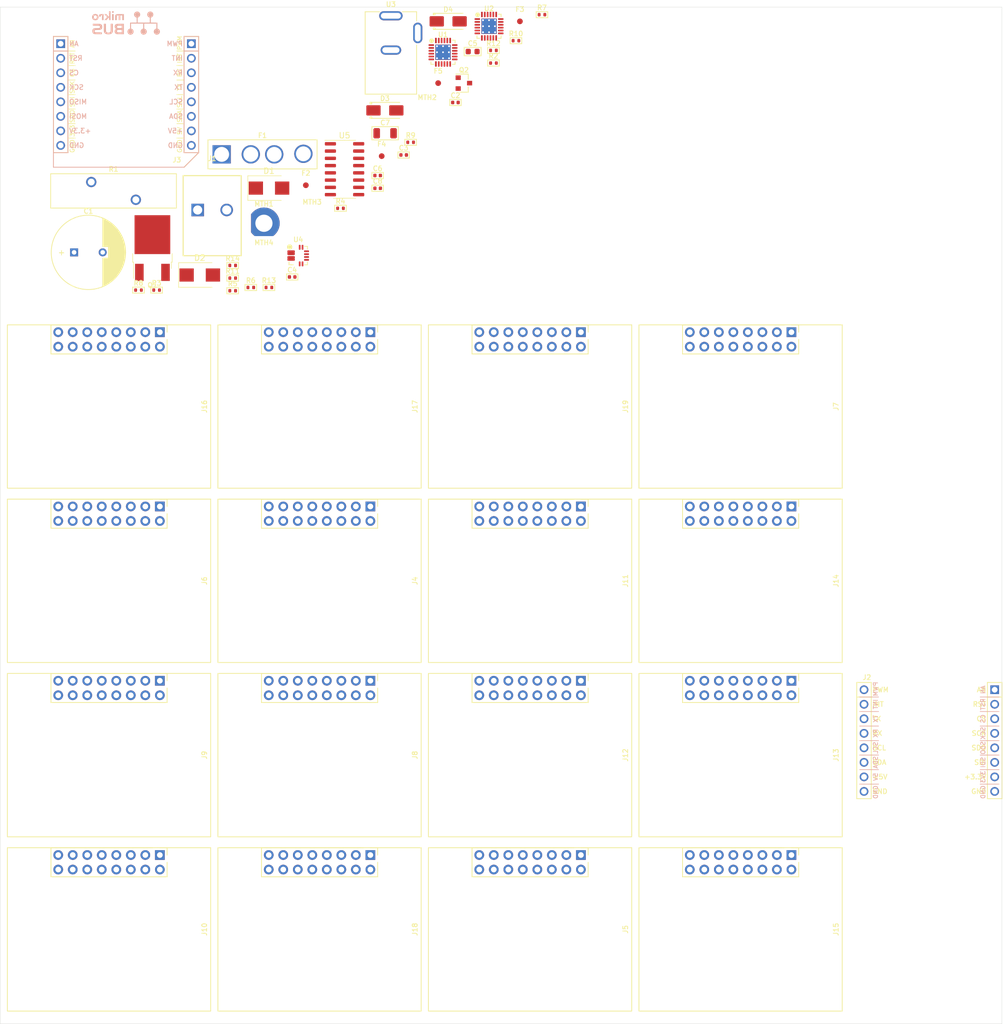
<source format=kicad_pcb>
(kicad_pcb (version 20211014) (generator pcbnew)
  (title_block (title "${title}") (date "${year}-${month}-${day}") (rev "${rev}") (company "${company}") (comment 1 "${author}"))
  (layers (0 "F.Cu" signal) (31 "B.Cu" signal) (35 "F.Paste" user) (36 "B.SilkS" user "B.Silkscreen") (37 "F.SilkS" user "F.Silkscreen") (38 "B.Mask" user) (39 "F.Mask" user) (44 "Edge.Cuts" user))
  (property "author" "Marc-Antoine Lalonde")
  (property "company" "Connaxio inc.")
  (property "day" "18")
  (property "month" "01")
  (property "rev" "1.0.0")
  (property "title" "Greenhouse Controller makroShield")
  (property "year" "2023")
  (net 0 "")
  (net 1 "+24VDC")
  (net 2 "GND")
  (net 3 "RST_MOT")
  (net 4 "+3.3V")
  (net 5 "+5V")
  (net 6 "Net-(C7-Pad1)")
  (net 7 "Net-(C8-Pad1)")
  (net 8 "Net-(D2-Pad1)")
  (net 9 "Net-(D3-Pad2)")
  (net 10 "Net-(F1-Pad1)")
  (net 11 "/24V_Neg")
  (net 12 "/INT_IO")
  (net 13 "Net-(J2-Pad2)")
  (net 14 "Net-(J2-Pad3)")
  (net 18 "/NTC_BYPASS")
  (net 19 "FAULT")
  (net 20 "/DRDY")
  (net 22 "/I2C_SCL")
  (net 23 "/I2C_SDA")
  (net 34 "CTRLA1")
  (net 35 "CTRLB1")
  (net 37 "CTRLA2")
  (net 38 "CTRLB2")
  (net 40 "CTRLA3")
  (net 41 "CTRLB3")
  (net 43 "CTRLA4")
  (net 44 "CTRLB4")
  (net 46 "CTRLA5")
  (net 47 "CTRLB5")
  (net 49 "CTRLA6")
  (net 50 "CTRLB6")
  (net 52 "CTRLA7")
  (net 53 "CTRLB7")
  (net 55 "CTRLA8")
  (net 56 "CTRLB8")
  (net 58 "CTRLA9")
  (net 59 "CTRLB9")
  (net 61 "CTRLA10")
  (net 62 "CTRLB10")
  (net 64 "CTRLA11")
  (net 65 "CTRLB11")
  (net 67 "CTRLA12")
  (net 68 "CTRLB12")
  (net 70 "CTRLA13")
  (net 71 "CTRLB13")
  (net 73 "CTRLA14")
  (net 74 "CTRLB14")
  (net 76 "CTRLA15")
  (net 77 "CTRLB15")
  (net 79 "CTRLA16")
  (net 80 "CTRLB16")
  (net 82 "Net-(MTH1-Pad1)")
  (net 83 "Net-(Q1-Pad1)")
  (net 84 "Net-(Q2-Pad1)")
  (net 85 "Net-(Q2-Pad3)")
  (net 86 "/RST_IO")
  (net 87 "Net-(R14-Pad1)")
  (footprint "connaxio-mechanical:FID_1X3" (layer "F.Cu") (at 105.789 20.27)
    (fp_text reference "F3" (at 0 -2.11) (layer "F.SilkS") (effects (font (size 0.85 0.85))))
    (fp_text value "FID_1X3")
    (pad "" smd circle locked (at 0 0) (size 1 1) (layers "F.Cu" "F.Mask") (clearance 1))
  )
  (footprint "connaxio-diodes:DO-214AC_SMA" (layer "F.Cu") (at 93.239 20.27)
    (fp_text reference "D4" (at 0 -2.09) (layer "F.SilkS") (effects (font (size 0.85 0.85))))
    (fp_text value "DIO_TVS_5V_UNI_SMA")
    (pad "1" smd roundrect (at -2 0) (size 2.5 1.8) (layers "F.Cu" "F.Paste" "F.Mask") (roundrect_rratio 0.1) (net 5 "+5V"))
    (pad "2" smd roundrect (at 2 0) (size 2.5 1.8) (layers "F.Cu" "F.Paste" "F.Mask") (roundrect_rratio 0.1) (net 2 "GND"))
  )
  (footprint "connaxio-connectors:CON_BARREL_2.1X5.5_PJ-002A" (layer "F.Cu") (at 83.219 25.795)
    (fp_text reference "U3" (at 0 -8.5 unlocked) (layer "F.SilkS") (effects (font (size 0.85 0.85))))
    (fp_text value "CON_BARREL_2.1X5.5_PJ-002A")
    (pad "1" thru_hole oval (at 0 -6.5) (size 4.1 1.6) (drill oval 3.5 1) (layers *.Cu *.Mask) (net 9 "Net-(D3-Pad2)"))
    (pad "2" thru_hole oval (at 0 -0.5) (size 3.6 1.6) (drill oval 3 1) (layers *.Cu *.Mask) (net 2 "GND"))
    (pad "3" thru_hole oval (at 4.7 -3.5 90) (size 3.6 1.6) (drill oval 3 1) (layers *.Cu *.Mask) (net 2 "GND"))
  )
  (footprint "connaxio-connectors:CON_CONNAXIO_MOTOR_DRIVER" (layer "F.Cu") (at 70.739 118.11 -90)
    (fp_text reference "J4" (at 0 -16.6878 90) (layer "F.SilkS") (effects (font (size 0.85 0.85))))
    (fp_text value "CON_CONNAXIO_MOTOR_DRIVER")
    (pad "1" thru_hole rect (at -13.0048 -8.89 270) (size 1.7 1.7) (drill 1) (layers *.Cu *.Mask) (net 19 "FAULT"))
    (pad "2" thru_hole oval (at -10.4648 -8.89 270) (size 1.7 1.7) (drill 1) (layers *.Cu *.Mask) (net 34 "CTRLA1"))
    (pad "3" thru_hole oval (at -13.0048 -6.35 270) (size 1.7 1.7) (drill 1) (layers *.Cu *.Mask) (net 3 "RST_MOT"))
    (pad "4" thru_hole oval (at -10.4648 -6.35 270) (size 1.7 1.7) (drill 1) (layers *.Cu *.Mask) (net 35 "CTRLB1"))
    (pad "5" thru_hole oval (at -13.0048 -3.81 270) (size 1.7 1.7) (drill 1) (layers *.Cu *.Mask))
    (pad "6" thru_hole oval (at -10.4648 -3.81 270) (size 1.7 1.7) (drill 1) (layers *.Cu *.Mask) (net 4 "+3.3V"))
    (pad "7" thru_hole oval (at -13.0048 -1.27 270) (size 1.7 1.7) (drill 1) (layers *.Cu *.Mask) (net 2 "GND"))
    (pad "8" thru_hole oval (at -10.4648 -1.27 270) (size 1.7 1.7) (drill 1) (layers *.Cu *.Mask) (net 2 "GND"))
    (pad "9" thru_hole oval (at -13.0048 1.27 270) (size 1.7 1.7) (drill 1) (layers *.Cu *.Mask) (net 2 "GND"))
    (pad "10" thru_hole oval (at -10.4648 1.27 270) (size 1.7 1.7) (drill 1) (layers *.Cu *.Mask) (net 2 "GND"))
    (pad "11" thru_hole oval (at -13.0048 3.81 270) (size 1.7 1.7) (drill 1) (layers *.Cu *.Mask) (net 2 "GND"))
    (pad "12" thru_hole oval (at -10.4648 3.81 270) (size 1.7 1.7) (drill 1) (layers *.Cu *.Mask) (net 1 "+24VDC"))
    (pad "13" thru_hole oval (at -13.0048 6.35 270) (size 1.7 1.7) (drill 1) (layers *.Cu *.Mask) (net 1 "+24VDC"))
    (pad "14" thru_hole oval (at -10.4648 6.35 270) (size 1.7 1.7) (drill 1) (layers *.Cu *.Mask) (net 1 "+24VDC"))
    (pad "15" thru_hole oval (at -13.0048 8.89 270) (size 1.7 1.7) (drill 1) (layers *.Cu *.Mask) (net 1 "+24VDC"))
    (pad "16" thru_hole oval (at -10.4648 8.89 270) (size 1.7 1.7) (drill 1) (layers *.Cu *.Mask) (net 1 "+24VDC"))
  )
  (footprint "connaxio-mechanical:MTH_M2.5_NPTH" (layer "F.Cu") (at 69.439 55.23)
    (fp_text reference "MTH3" (at 0 -3.36) (layer "F.SilkS") (effects (font (size 0.85 0.85))))
    (fp_text value "MTH_M2.5_NPTH")
    (pad "" np_thru_hole circle (at 0 0) (size 2.7 2.7) (drill 3) (layers F&B.Cu *.Mask))
  )
  (footprint "connaxio-resistors:RES_0402_1005M" (layer "F.Cu") (at 42.2302 67.27)
    (fp_text reference "R3" (at 0 -1.22) (layer "F.SilkS") (effects (font (size 0.85 0.85))))
    (fp_text value "RES_12.4KΩ_1%_0402")
    (pad "1" smd roundrect (at -0.5 0) (size 0.5 0.6) (layers "F.Cu" "F.Paste" "F.Mask") (net 4 "+3.3V"))
    (pad "2" smd roundrect (at 0.5 0) (size 0.5 0.6) (layers "F.Cu" "F.Paste" "F.Mask") (net 12 "/INT_IO"))
  )
  (footprint "connaxio-capacitors:CAP_CER_0603_1608M" (layer "F.Cu") (at 97.519 25.55)
    (fp_text reference "C5" (at 0 -1.42) (layer "F.SilkS") (effects (font (size 0.85 0.85))))
    (fp_text value "CAP_CER_22UF_10V_0603")
    (pad "1" smd roundrect (at -0.775 0) (size 0.9 0.95) (layers "F.Cu" "F.Paste" "F.Mask") (net 5 "+5V"))
    (pad "2" smd roundrect (at 0.775 0) (size 0.9 0.95) (layers "F.Cu" "F.Paste" "F.Mask") (net 2 "GND"))
  )
  (footprint "connaxio-mechanical:FID_1X3" (layer "F.Cu") (at 68.339 48.93)
    (fp_text reference "F2" (at 0 -2.11) (layer "F.SilkS") (effects (font (size 0.85 0.85))))
    (fp_text value "FID_1X3")
    (pad "" smd circle locked (at 0 0) (size 1 1) (layers "F.Cu" "F.Mask") (clearance 1))
  )
  (footprint "connaxio-connectors:CON_CONNAXIO_MOTOR_DRIVER" (layer "F.Cu") (at 144.399 87.63 -90)
    (fp_text reference "J7" (at 0 -16.6878 90) (layer "F.SilkS") (effects (font (size 0.85 0.85))))
    (fp_text value "CON_CONNAXIO_MOTOR_DRIVER")
    (pad "1" thru_hole rect (at -13.0048 -8.89 270) (size 1.7 1.7) (drill 1) (layers *.Cu *.Mask) (net 19 "FAULT"))
    (pad "2" thru_hole oval (at -10.4648 -8.89 270) (size 1.7 1.7) (drill 1) (layers *.Cu *.Mask) (net 43 "CTRLA4"))
    (pad "3" thru_hole oval (at -13.0048 -6.35 270) (size 1.7 1.7) (drill 1) (layers *.Cu *.Mask) (net 3 "RST_MOT"))
    (pad "4" thru_hole oval (at -10.4648 -6.35 270) (size 1.7 1.7) (drill 1) (layers *.Cu *.Mask) (net 44 "CTRLB4"))
    (pad "5" thru_hole oval (at -13.0048 -3.81 270) (size 1.7 1.7) (drill 1) (layers *.Cu *.Mask))
    (pad "6" thru_hole oval (at -10.4648 -3.81 270) (size 1.7 1.7) (drill 1) (layers *.Cu *.Mask) (net 4 "+3.3V"))
    (pad "7" thru_hole oval (at -13.0048 -1.27 270) (size 1.7 1.7) (drill 1) (layers *.Cu *.Mask) (net 2 "GND"))
    (pad "8" thru_hole oval (at -10.4648 -1.27 270) (size 1.7 1.7) (drill 1) (layers *.Cu *.Mask) (net 2 "GND"))
    (pad "9" thru_hole oval (at -13.0048 1.27 270) (size 1.7 1.7) (drill 1) (layers *.Cu *.Mask) (net 2 "GND"))
    (pad "10" thru_hole oval (at -10.4648 1.27 270) (size 1.7 1.7) (drill 1) (layers *.Cu *.Mask) (net 2 "GND"))
    (pad "11" thru_hole oval (at -13.0048 3.81 270) (size 1.7 1.7) (drill 1) (layers *.Cu *.Mask) (net 2 "GND"))
    (pad "12" thru_hole oval (at -10.4648 3.81 270) (size 1.7 1.7) (drill 1) (layers *.Cu *.Mask) (net 1 "+24VDC"))
    (pad "13" thru_hole oval (at -13.0048 6.35 270) (size 1.7 1.7) (drill 1) (layers *.Cu *.Mask) (net 1 "+24VDC"))
    (pad "14" thru_hole oval (at -10.4648 6.35 270) (size 1.7 1.7) (drill 1) (layers *.Cu *.Mask) (net 1 "+24VDC"))
    (pad "15" thru_hole oval (at -13.0048 8.89 270) (size 1.7 1.7) (drill 1) (layers *.Cu *.Mask) (net 1 "+24VDC"))
    (pad "16" thru_hole oval (at -10.4648 8.89 270) (size 1.7 1.7) (drill 1) (layers *.Cu *.Mask) (net 1 "+24VDC"))
  )
  (footprint "connaxio-connectors:CON_CONNAXIO_MOTOR_DRIVER" (layer "F.Cu") (at 107.569 179.07 -90)
    (fp_text reference "J5" (at 0 -16.6878 90) (layer "F.SilkS") (effects (font (size 0.85 0.85))))
    (fp_text value "CON_CONNAXIO_MOTOR_DRIVER")
    (pad "1" thru_hole rect (at -13.0048 -8.89 270) (size 1.7 1.7) (drill 1) (layers *.Cu *.Mask) (net 19 "FAULT"))
    (pad "2" thru_hole oval (at -10.4648 -8.89 270) (size 1.7 1.7) (drill 1) (layers *.Cu *.Mask) (net 37 "CTRLA2"))
    (pad "3" thru_hole oval (at -13.0048 -6.35 270) (size 1.7 1.7) (drill 1) (layers *.Cu *.Mask) (net 3 "RST_MOT"))
    (pad "4" thru_hole oval (at -10.4648 -6.35 270) (size 1.7 1.7) (drill 1) (layers *.Cu *.Mask) (net 38 "CTRLB2"))
    (pad "5" thru_hole oval (at -13.0048 -3.81 270) (size 1.7 1.7) (drill 1) (layers *.Cu *.Mask))
    (pad "6" thru_hole oval (at -10.4648 -3.81 270) (size 1.7 1.7) (drill 1) (layers *.Cu *.Mask) (net 4 "+3.3V"))
    (pad "7" thru_hole oval (at -13.0048 -1.27 270) (size 1.7 1.7) (drill 1) (layers *.Cu *.Mask) (net 2 "GND"))
    (pad "8" thru_hole oval (at -10.4648 -1.27 270) (size 1.7 1.7) (drill 1) (layers *.Cu *.Mask) (net 2 "GND"))
    (pad "9" thru_hole oval (at -13.0048 1.27 270) (size 1.7 1.7) (drill 1) (layers *.Cu *.Mask) (net 2 "GND"))
    (pad "10" thru_hole oval (at -10.4648 1.27 270) (size 1.7 1.7) (drill 1) (layers *.Cu *.Mask) (net 2 "GND"))
    (pad "11" thru_hole oval (at -13.0048 3.81 270) (size 1.7 1.7) (drill 1) (layers *.Cu *.Mask) (net 2 "GND"))
    (pad "12" thru_hole oval (at -10.4648 3.81 270) (size 1.7 1.7) (drill 1) (layers *.Cu *.Mask) (net 1 "+24VDC"))
    (pad "13" thru_hole oval (at -13.0048 6.35 270) (size 1.7 1.7) (drill 1) (layers *.Cu *.Mask) (net 1 "+24VDC"))
    (pad "14" thru_hole oval (at -10.4648 6.35 270) (size 1.7 1.7) (drill 1) (layers *.Cu *.Mask) (net 1 "+24VDC"))
    (pad "15" thru_hole oval (at -13.0048 8.89 270) (size 1.7 1.7) (drill 1) (layers *.Cu *.Mask) (net 1 "+24VDC"))
    (pad "16" thru_hole oval (at -10.4648 8.89 270) (size 1.7 1.7) (drill 1) (layers *.Cu *.Mask) (net 1 "+24VDC"))
  )
  (footprint "connaxio-resistors:RES_0402_1005M" (layer "F.Cu") (at 101.1602 27.56)
    (fp_text reference "R2" (at 0 -1.22) (layer "F.SilkS") (effects (font (size 0.85 0.85))))
    (fp_text value "RES_12.4KΩ_1%_0402")
    (pad "1" smd roundrect (at -0.5 0) (size 0.5 0.6) (layers "F.Cu" "F.Paste" "F.Mask") (net 4 "+3.3V"))
    (pad "2" smd roundrect (at 0.5 0) (size 0.5 0.6) (layers "F.Cu" "F.Paste" "F.Mask") (net 3 "RST_MOT"))
  )
  (footprint "connaxio-connectors:CON_CONNAXIO_MOTOR_DRIVER" (layer "F.Cu") (at 33.909 148.59 -90)
    (fp_text reference "J9" (at 0 -16.6878 90) (layer "F.SilkS") (effects (font (size 0.85 0.85))))
    (fp_text value "CON_CONNAXIO_MOTOR_DRIVER")
    (pad "1" thru_hole rect (at -13.0048 -8.89 270) (size 1.7 1.7) (drill 1) (layers *.Cu *.Mask) (net 19 "FAULT"))
    (pad "2" thru_hole oval (at -10.4648 -8.89 270) (size 1.7 1.7) (drill 1) (layers *.Cu *.Mask) (net 49 "CTRLA6"))
    (pad "3" thru_hole oval (at -13.0048 -6.35 270) (size 1.7 1.7) (drill 1) (layers *.Cu *.Mask) (net 3 "RST_MOT"))
    (pad "4" thru_hole oval (at -10.4648 -6.35 270) (size 1.7 1.7) (drill 1) (layers *.Cu *.Mask) (net 50 "CTRLB6"))
    (pad "5" thru_hole oval (at -13.0048 -3.81 270) (size 1.7 1.7) (drill 1) (layers *.Cu *.Mask))
    (pad "6" thru_hole oval (at -10.4648 -3.81 270) (size 1.7 1.7) (drill 1) (layers *.Cu *.Mask) (net 4 "+3.3V"))
    (pad "7" thru_hole oval (at -13.0048 -1.27 270) (size 1.7 1.7) (drill 1) (layers *.Cu *.Mask) (net 2 "GND"))
    (pad "8" thru_hole oval (at -10.4648 -1.27 270) (size 1.7 1.7) (drill 1) (layers *.Cu *.Mask) (net 2 "GND"))
    (pad "9" thru_hole oval (at -13.0048 1.27 270) (size 1.7 1.7) (drill 1) (layers *.Cu *.Mask) (net 2 "GND"))
    (pad "10" thru_hole oval (at -10.4648 1.27 270) (size 1.7 1.7) (drill 1) (layers *.Cu *.Mask) (net 2 "GND"))
    (pad "11" thru_hole oval (at -13.0048 3.81 270) (size 1.7 1.7) (drill 1) (layers *.Cu *.Mask) (net 2 "GND"))
    (pad "12" thru_hole oval (at -10.4648 3.81 270) (size 1.7 1.7) (drill 1) (layers *.Cu *.Mask) (net 1 "+24VDC"))
    (pad "13" thru_hole oval (at -13.0048 6.35 270) (size 1.7 1.7) (drill 1) (layers *.Cu *.Mask) (net 1 "+24VDC"))
    (pad "14" thru_hole oval (at -10.4648 6.35 270) (size 1.7 1.7) (drill 1) (layers *.Cu *.Mask) (net 1 "+24VDC"))
    (pad "15" thru_hole oval (at -13.0048 8.89 270) (size 1.7 1.7) (drill 1) (layers *.Cu *.Mask) (net 1 "+24VDC"))
    (pad "16" thru_hole oval (at -10.4648 8.89 270) (size 1.7 1.7) (drill 1) (layers *.Cu *.Mask) (net 1 "+24VDC"))
  )
  (footprint "connaxio-resistors:RES_0402_1005M" (layer "F.Cu") (at 55.5402 67.38)
    (fp_text reference "R5" (at 0 -1.22) (layer "F.SilkS") (effects (font (size 0.85 0.85))))
    (fp_text value "RES_1.54KΩ_1%_0402")
    (pad "1" smd roundrect (at -0.5 0) (size 0.5 0.6) (layers "F.Cu" "F.Paste" "F.Mask") (net 4 "+3.3V"))
    (pad "2" smd roundrect (at 0.5 0) (size 0.5 0.6) (layers "F.Cu" "F.Paste" "F.Mask") (net 22 "/I2C_SCL"))
  )
  (footprint "connaxio-mechanical:MTH_M2.5_NPTH" (layer "F.Cu") (at 89.569 36.94)
    (fp_text reference "MTH2" (at 0 -3.36) (layer "F.SilkS") (effects (font (size 0.85 0.85))))
    (fp_text value "MTH_M2.5_NPTH")
    (pad "" np_thru_hole circle (at 0 0) (size 2.7 2.7) (drill 3) (layers F&B.Cu *.Mask))
  )
  (footprint "connaxio-connectors:CON_CONNAXIO_MOTOR_DRIVER" (layer "F.Cu") (at 33.909 118.11 -90)
    (fp_text reference "J6" (at 0 -16.6878 90) (layer "F.SilkS") (effects (font (size 0.85 0.85))))
    (fp_text value "CON_CONNAXIO_MOTOR_DRIVER")
    (pad "1" thru_hole rect (at -13.0048 -8.89 270) (size 1.7 1.7) (drill 1) (layers *.Cu *.Mask) (net 19 "FAULT"))
    (pad "2" thru_hole oval (at -10.4648 -8.89 270) (size 1.7 1.7) (drill 1) (layers *.Cu *.Mask) (net 40 "CTRLA3"))
    (pad "3" thru_hole oval (at -13.0048 -6.35 270) (size 1.7 1.7) (drill 1) (layers *.Cu *.Mask) (net 3 "RST_MOT"))
    (pad "4" thru_hole oval (at -10.4648 -6.35 270) (size 1.7 1.7) (drill 1) (layers *.Cu *.Mask) (net 41 "CTRLB3"))
    (pad "5" thru_hole oval (at -13.0048 -3.81 270) (size 1.7 1.7) (drill 1) (layers *.Cu *.Mask))
    (pad "6" thru_hole oval (at -10.4648 -3.81 270) (size 1.7 1.7) (drill 1) (layers *.Cu *.Mask) (net 4 "+3.3V"))
    (pad "7" thru_hole oval (at -13.0048 -1.27 270) (size 1.7 1.7) (drill 1) (layers *.Cu *.Mask) (net 2 "GND"))
    (pad "8" thru_hole oval (at -10.4648 -1.27 270) (size 1.7 1.7) (drill 1) (layers *.Cu *.Mask) (net 2 "GND"))
    (pad "9" thru_hole oval (at -13.0048 1.27 270) (size 1.7 1.7) (drill 1) (layers *.Cu *.Mask) (net 2 "GND"))
    (pad "10" thru_hole oval (at -10.4648 1.27 270) (size 1.7 1.7) (drill 1) (layers *.Cu *.Mask) (net 2 "GND"))
    (pad "11" thru_hole oval (at -13.0048 3.81 270) (size 1.7 1.7) (drill 1) (layers *.Cu *.Mask) (net 2 "GND"))
    (pad "12" thru_hole oval (at -10.4648 3.81 270) (size 1.7 1.7) (drill 1) (layers *.Cu *.Mask) (net 1 "+24VDC"))
    (pad "13" thru_hole oval (at -13.0048 6.35 270) (size 1.7 1.7) (drill 1) (layers *.Cu *.Mask) (net 1 "+24VDC"))
    (pad "14" thru_hole oval (at -10.4648 6.35 270) (size 1.7 1.7) (drill 1) (layers *.Cu *.Mask) (net 1 "+24VDC"))
    (pad "15" thru_hole oval (at -13.0048 8.89 270) (size 1.7 1.7) (drill 1) (layers *.Cu *.Mask) (net 1 "+24VDC"))
    (pad "16" thru_hole oval (at -10.4648 8.89 270) (size 1.7 1.7) (drill 1) (layers *.Cu *.Mask) (net 1 "+24VDC"))
  )
  (footprint "connaxio-connectors:CON_CONNAXIO_MOTOR_DRIVER" (layer "F.Cu") (at 33.909 179.07 -90)
    (fp_text reference "J10" (at 0 -16.6878 90) (layer "F.SilkS") (effects (font (size 0.85 0.85))))
    (fp_text value "CON_CONNAXIO_MOTOR_DRIVER")
    (pad "1" thru_hole rect (at -13.0048 -8.89 270) (size 1.7 1.7) (drill 1) (layers *.Cu *.Mask) (net 19 "FAULT"))
    (pad "2" thru_hole oval (at -10.4648 -8.89 270) (size 1.7 1.7) (drill 1) (layers *.Cu *.Mask) (net 52 "CTRLA7"))
    (pad "3" thru_hole oval (at -13.0048 -6.35 270) (size 1.7 1.7) (drill 1) (layers *.Cu *.Mask) (net 3 "RST_MOT"))
    (pad "4" thru_hole oval (at -10.4648 -6.35 270) (size 1.7 1.7) (drill 1) (layers *.Cu *.Mask) (net 53 "CTRLB7"))
    (pad "5" thru_hole oval (at -13.0048 -3.81 270) (size 1.7 1.7) (drill 1) (layers *.Cu *.Mask))
    (pad "6" thru_hole oval (at -10.4648 -3.81 270) (size 1.7 1.7) (drill 1) (layers *.Cu *.Mask) (net 4 "+3.3V"))
    (pad "7" thru_hole oval (at -13.0048 -1.27 270) (size 1.7 1.7) (drill 1) (layers *.Cu *.Mask) (net 2 "GND"))
    (pad "8" thru_hole oval (at -10.4648 -1.27 270) (size 1.7 1.7) (drill 1) (layers *.Cu *.Mask) (net 2 "GND"))
    (pad "9" thru_hole oval (at -13.0048 1.27 270) (size 1.7 1.7) (drill 1) (layers *.Cu *.Mask) (net 2 "GND"))
    (pad "10" thru_hole oval (at -10.4648 1.27 270) (size 1.7 1.7) (drill 1) (layers *.Cu *.Mask) (net 2 "GND"))
    (pad "11" thru_hole oval (at -13.0048 3.81 270) (size 1.7 1.7) (drill 1) (layers *.Cu *.Mask) (net 2 "GND"))
    (pad "12" thru_hole oval (at -10.4648 3.81 270) (size 1.7 1.7) (drill 1) (layers *.Cu *.Mask) (net 1 "+24VDC"))
    (pad "13" thru_hole oval (at -13.0048 6.35 270) (size 1.7 1.7) (drill 1) (layers *.Cu *.Mask) (net 1 "+24VDC"))
    (pad "14" thru_hole oval (at -10.4648 6.35 270) (size 1.7 1.7) (drill 1) (layers *.Cu *.Mask) (net 1 "+24VDC"))
    (pad "15" thru_hole oval (at -13.0048 8.89 270) (size 1.7 1.7) (drill 1) (layers *.Cu *.Mask) (net 1 "+24VDC"))
    (pad "16" thru_hole oval (at -10.4648 8.89 270) (size 1.7 1.7) (drill 1) (layers *.Cu *.Mask) (net 1 "+24VDC"))
  )
  (footprint "connaxio-resistors:RES_0402_1005M" (layer "F.Cu") (at 105.1002 23.65)
    (fp_text reference "R10" (at 0 -1.22) (layer "F.SilkS") (effects (font (size 0.85 0.85))))
    (fp_text value "RES_12.4KΩ_1%_0402")
    (pad "1" smd roundrect (at -0.5 0) (size 0.5 0.6) (layers "F.Cu" "F.Paste" "F.Mask") (net 83 "Net-(Q1-Pad1)"))
    (pad "2" smd roundrect (at 0.5 0) (size 0.5 0.6) (layers "F.Cu" "F.Paste" "F.Mask") (net 85 "Net-(Q2-Pad3)"))
  )
  (footprint "connaxio-fp:QFN-24_4x4_P0.5_EP2.7X2.7" (layer "F.Cu") (at 92.339 25.67)
    (fp_text reference "U1" (at 0 -3.075) (layer "F.SilkS") (effects (font (size 0.85 0.85))))
    (fp_text value "IO_EXP_PI4IOE5V6416ZDEX")
    (pad "1" smd roundrect (at -2.05 -1.25) (size 0.95 0.3) (layers "F.Cu" "F.Paste" "F.Mask") (net 34 "CTRLA1"))
    (pad "2" smd roundrect (at -2.05 -0.75) (size 0.95 0.3) (layers "F.Cu" "F.Paste" "F.Mask") (net 35 "CTRLB1"))
    (pad "3" smd roundrect (at -2.05 -0.25) (size 0.95 0.3) (layers "F.Cu" "F.Paste" "F.Mask") (net 37 "CTRLA2"))
    (pad "4" smd roundrect (at -2.05 0.25) (size 0.95 0.3) (layers "F.Cu" "F.Paste" "F.Mask") (net 38 "CTRLB2"))
    (pad "5" smd roundrect (at -2.05 0.75) (size 0.95 0.3) (layers "F.Cu" "F.Paste" "F.Mask") (net 40 "CTRLA3"))
    (pad "6" smd roundrect (at -2.05 1.25) (size 0.95 0.3) (layers "F.Cu" "F.Paste" "F.Mask") (net 41 "CTRLB3"))
    (pad "7" smd roundrect (at -1.25 2.05 90) (size 0.95 0.3) (layers "F.Cu" "F.Paste" "F.Mask") (net 43 "CTRLA4"))
    (pad "8" smd roundrect (at -0.75 2.05 90) (size 0.95 0.3) (layers "F.Cu" "F.Paste" "F.Mask") (net 44 "CTRLB4"))
    (pad "9" smd roundrect (at -0.25 2.05 90) (size 0.95 0.3) (layers "F.Cu" "F.Paste" "F.Mask") (net 2 "GND"))
    (pad "10" smd roundrect (at 0.25 2.05 90) (size 0.95 0.3) (layers "F.Cu" "F.Paste" "F.Mask") (net 46 "CTRLA5"))
    (pad "11" smd roundrect (at 0.75 2.05 90) (size 0.95 0.3) (layers "F.Cu" "F.Paste" "F.Mask") (net 47 "CTRLB5"))
    (pad "12" smd roundrect (at 1.25 2.05 90) (size 0.95 0.3) (layers "F.Cu" "F.Paste" "F.Mask") (net 49 "CTRLA6"))
    (pad "13" smd roundrect (at 2.05 1.25) (size 0.95 0.3) (layers "F.Cu" "F.Paste" "F.Mask") (net 50 "CTRLB6"))
    (pad "14" smd roundrect (at 2.05 0.75) (size 0.95 0.3) (layers "F.Cu" "F.Paste" "F.Mask") (net 52 "CTRLA7"))
    (pad "15" smd roundrect (at 2.05 0.25) (size 0.95 0.3) (layers "F.Cu" "F.Paste" "F.Mask") (net 53 "CTRLB7"))
    (pad "16" smd roundrect (at 2.05 -0.25) (size 0.95 0.3) (layers "F.Cu" "F.Paste" "F.Mask") (net 55 "CTRLA8"))
    (pad "17" smd roundrect (at 2.05 -0.75) (size 0.95 0.3) (layers "F.Cu" "F.Paste" "F.Mask") (net 56 "CTRLB8"))
    (pad "18" smd roundrect (at 2.05 -1.25) (size 0.95 0.3) (layers "F.Cu" "F.Paste" "F.Mask") (net 2 "GND"))
    (pad "19" smd roundrect (at 1.25 -2.05 90) (size 0.95 0.3) (layers "F.Cu" "F.Paste" "F.Mask") (net 22 "/I2C_SCL"))
    (pad "20" smd roundrect (at 0.75 -2.05 90) (size 0.95 0.3) (layers "F.Cu" "F.Paste" "F.Mask") (net 23 "/I2C_SDA"))
    (pad "21" smd roundrect (at 0.25 -2.05 90) (size 0.95 0.3) (layers "F.Cu" "F.Paste" "F.Mask") (net 4 "+3.3V"))
    (pad "22" smd roundrect (at -0.25 -2.05 90) (size 0.95 0.3) (layers "F.Cu" "F.Paste" "F.Mask") (net 12 "/INT_IO"))
    (pad "23" smd roundrect (at -0.75 -2.05 90) (size 0.95 0.3) (layers "F.Cu" "F.Paste" "F.Mask") (net 4 "+3.3V"))
    (pad "24" smd roundrect (at -1.25 -2.05 90) (size 0.95 0.3) (layers "F.Cu" "F.Paste" "F.Mask") (net 86 "/RST_IO"))
    (pad "25" smd rect (at 0 0) (size 2.6 2.6) (layers "B.Cu") (net 2 "GND"))
    (pad "25" smd rect (at 0 0) (size 2.7 2.7) (layers "F.Cu" "F.Mask") (net 2 "GND"))
    (pad "25" thru_hole circle (at 0 -1.05) (size 0.56 0.56) (drill 0.3) (layers *.Cu) (net 2 "GND"))
    (pad "25" thru_hole circle (at 1.05 -1.05) (size 0.56 0.56) (drill 0.3) (layers *.Cu) (net 2 "GND"))
    (pad "25" thru_hole circle (at -1.05 0) (size 0.56 0.56) (drill 0.3) (layers *.Cu) (net 2 "GND"))
    (pad "25" thru_hole circle (at -1.05 -1.05) (size 0.56 0.56) (drill 0.3) (layers *.Cu) (net 2 "GND"))
    (pad "25" thru_hole circle (at 1.02 0) (size 0.56 0.56) (drill 0.3) (layers *.Cu) (net 2 "GND"))
    (pad "25" thru_hole circle (at -1.05 1.05) (size 0.56 0.56) (drill 0.3) (layers *.Cu) (net 2 "GND"))
    (pad "25" thru_hole circle (at 0 1.05) (size 0.56 0.56) (drill 0.3) (layers *.Cu) (net 2 "GND"))
    (pad "25" thru_hole circle (at 0 0) (size 0.56 0.56) (drill 0.3) (layers *.Cu) (net 2 "GND"))
    (pad "25" thru_hole circle (at 1.05 1.05) (size 0.56 0.56) (drill 0.3) (layers *.Cu) (net 2 "GND"))
  )
  (footprint "connaxio-resistors:RES_0402_1005M" (layer "F.Cu") (at 55.5402 65.17)
    (fp_text reference "R11" (at 0 -1.22) (layer "F.SilkS") (effects (font (size 0.85 0.85))))
    (fp_text value "RES_1.54KΩ_1%_0402")
    (pad "1" smd roundrect (at -0.5 0) (size 0.5 0.6) (layers "F.Cu" "F.Paste" "F.Mask") (net 18 "/NTC_BYPASS"))
    (pad "2" smd roundrect (at 0.5 0) (size 0.5 0.6) (layers "F.Cu" "F.Paste" "F.Mask") (net 84 "Net-(Q2-Pad1)"))
  )
  (footprint "connaxio-resistors:RES_0402_1005M" (layer "F.Cu") (at 61.8802 66.81)
    (fp_text reference "R13" (at 0 -1.22) (layer "F.SilkS") (effects (font (size 0.85 0.85))))
    (fp_text value "RES_0Ω_0402")
    (pad "1" smd roundrect (at -0.5 0) (size 0.5 0.6) (layers "F.Cu" "F.Paste" "F.Mask") (net 82 "Net-(MTH1-Pad1)"))
    (pad "2" smd roundrect (at 0.5 0) (size 0.5 0.6) (layers "F.Cu" "F.Paste" "F.Mask") (net 2 "GND"))
  )
  (footprint "connaxio-resistors:RES_0402_1005M" (layer "F.Cu") (at 39.0602 67.27)
    (fp_text reference "R8" (at 0 -1.22) (layer "F.SilkS") (effects (font (size 0.85 0.85))))
    (fp_text value "RES_226Ω_1%_0402")
    (pad "1" smd roundrect (at -0.5 0) (size 0.5 0.6) (layers "F.Cu" "F.Paste" "F.Mask") (net 3 "RST_MOT"))
    (pad "2" smd roundrect (at 0.5 0) (size 0.5 0.6) (layers "F.Cu" "F.Paste" "F.Mask") (net 13 "Net-(J2-Pad2)"))
  )
  (footprint "connaxio-capacitors:CAP_CER_0402_1005M" (layer "F.Cu") (at 85.449 43.64)
    (fp_text reference "C3" (at 0 -1.23) (layer "F.SilkS") (effects (font (size 0.85 0.85))))
    (fp_text value "CAP_CER_100NF_25V_0402")
    (pad "1" smd roundrect (at -0.48 0) (size 0.56 0.62) (layers "F.Cu" "F.Paste" "F.Mask") (net 4 "+3.3V"))
    (pad "2" smd roundrect (at 0.48 0) (size 0.56 0.62) (layers "F.Cu" "F.Paste" "F.Mask") (net 2 "GND"))
  )
  (footprint "connaxio-diodes:DO-124AA_SMB" (layer "F.Cu") (at 49.784 64.63)
    (fp_text reference "D2" (at 0 -3) (layer "F.SilkS"))
    (fp_text value "DIO_TVS_24V_UNI_SMB")
    (pad "1" smd rect (at -2.3 0) (size 2.5 2.3) (layers "F.Cu" "F.Paste" "F.Mask") (net 8 "Net-(D2-Pad1)"))
    (pad "2" smd rect (at 2.3 0) (size 2.5 2.3) (layers "F.Cu" "F.Paste" "F.Mask") (net 2 "GND"))
  )
  (footprint "connaxio-connectors:CON_CONNAXIO_MOTOR_DRIVER" (layer "F.Cu") (at 33.909 87.63 -90)
    (fp_text reference "J16" (at 0 -16.6878 90) (layer "F.SilkS") (effects (font (size 0.85 0.85))))
    (fp_text value "CON_CONNAXIO_MOTOR_DRIVER")
    (pad "1" thru_hole rect (at -13.0048 -8.89 270) (size 1.7 1.7) (drill 1) (layers *.Cu *.Mask) (net 19 "FAULT"))
    (pad "2" thru_hole oval (at -10.4648 -8.89 270) (size 1.7 1.7) (drill 1) (layers *.Cu *.Mask) (net 70 "CTRLA13"))
    (pad "3" thru_hole oval (at -13.0048 -6.35 270) (size 1.7 1.7) (drill 1) (layers *.Cu *.Mask) (net 3 "RST_MOT"))
    (pad "4" thru_hole oval (at -10.4648 -6.35 270) (size 1.7 1.7) (drill 1) (layers *.Cu *.Mask) (net 71 "CTRLB13"))
    (pad "5" thru_hole oval (at -13.0048 -3.81 270) (size 1.7 1.7) (drill 1) (layers *.Cu *.Mask))
    (pad "6" thru_hole oval (at -10.4648 -3.81 270) (size 1.7 1.7) (drill 1) (layers *.Cu *.Mask) (net 4 "+3.3V"))
    (pad "7" thru_hole oval (at -13.0048 -1.27 270) (size 1.7 1.7) (drill 1) (layers *.Cu *.Mask) (net 2 "GND"))
    (pad "8" thru_hole oval (at -10.4648 -1.27 270) (size 1.7 1.7) (drill 1) (layers *.Cu *.Mask) (net 2 "GND"))
    (pad "9" thru_hole oval (at -13.0048 1.27 270) (size 1.7 1.7) (drill 1) (layers *.Cu *.Mask) (net 2 "GND"))
    (pad "10" thru_hole oval (at -10.4648 1.27 270) (size 1.7 1.7) (drill 1) (layers *.Cu *.Mask) (net 2 "GND"))
    (pad "11" thru_hole oval (at -13.0048 3.81 270) (size 1.7 1.7) (drill 1) (layers *.Cu *.Mask) (net 2 "GND"))
    (pad "12" thru_hole oval (at -10.4648 3.81 270) (size 1.7 1.7) (drill 1) (layers *.Cu *.Mask) (net 1 "+24VDC"))
    (pad "13" thru_hole oval (at -13.0048 6.35 270) (size 1.7 1.7) (drill 1) (layers *.Cu *.Mask) (net 1 "+24VDC"))
    (pad "14" thru_hole oval (at -10.4648 6.35 270) (size 1.7 1.7) (drill 1) (layers *.Cu *.Mask) (net 1 "+24VDC"))
    (pad "15" thru_hole oval (at -13.0048 8.89 270) (size 1.7 1.7) (drill 1) (layers *.Cu *.Mask) (net 1 "+24VDC"))
    (pad "16" thru_hole oval (at -10.4648 8.89 270) (size 1.7 1.7) (drill 1) (layers *.Cu *.Mask) (net 1 "+24VDC"))
  )
  (footprint "connaxio-resistors:RV_DISC_D22_W6_P7.8" (layer "F.Cu") (at 34.699 49.92)
    (fp_text reference "R1" (at 0 -3.8) (layer "F.SilkS") (effects (font (size 0.85 0.85))))
    (fp_text value "NTC_SL22 2R018")
    (pad "1" thru_hole circle (at -3.9 -1.55) (size 1.8 1.8) (drill 1.2) (layers *.Cu *.Mask) (net 8 "Net-(D2-Pad1)"))
    (pad "2" thru_hole circle (at 3.9 1.55) (size 1.8 1.8) (drill 1.2) (layers *.Cu *.Mask) (net 1 "+24VDC"))
  )
  (footprint "connaxio-capacitors:CAP_CER_1206_3216M" (layer "F.Cu") (at 82.209 39.84)
    (fp_text reference "C7" (at 0 -1.84) (layer "F.SilkS") (effects (font (size 0.85 0.85))))
    (fp_text value "CAP_CER_10UF_25V_1206")
    (pad "1" smd roundrect (at -1.475 0) (size 1.15 1.8) (layers "F.Cu" "F.Paste" "F.Mask") (roundrect_rratio 0.217391) (net 6 "Net-(C7-Pad1)"))
    (pad "2" smd roundrect (at 1.475 0) (size 1.15 1.8) (layers "F.Cu" "F.Paste" "F.Mask") (roundrect_rratio 0.217) (net 2 "GND"))
  )
  (footprint "connaxio-connectors:CON_CONNAXIO_MOTOR_DRIVER" (layer "F.Cu") (at 70.739 87.63 -90)
    (fp_text reference "J17" (at 0 -16.6878 90) (layer "F.SilkS") (effects (font (size 0.85 0.85))))
    (fp_text value "CON_CONNAXIO_MOTOR_DRIVER")
    (pad "1" thru_hole rect (at -13.0048 -8.89 270) (size 1.7 1.7) (drill 1) (layers *.Cu *.Mask) (net 19 "FAULT"))
    (pad "2" thru_hole oval (at -10.4648 -8.89 270) (size 1.7 1.7) (drill 1) (layers *.Cu *.Mask) (net 73 "CTRLA14"))
    (pad "3" thru_hole oval (at -13.0048 -6.35 270) (size 1.7 1.7) (drill 1) (layers *.Cu *.Mask) (net 3 "RST_MOT"))
    (pad "4" thru_hole oval (at -10.4648 -6.35 270) (size 1.7 1.7) (drill 1) (layers *.Cu *.Mask) (net 74 "CTRLB14"))
    (pad "5" thru_hole oval (at -13.0048 -3.81 270) (size 1.7 1.7) (drill 1) (layers *.Cu *.Mask))
    (pad "6" thru_hole oval (at -10.4648 -3.81 270) (size 1.7 1.7) (drill 1) (layers *.Cu *.Mask) (net 4 "+3.3V"))
    (pad "7" thru_hole oval (at -13.0048 -1.27 270) (size 1.7 1.7) (drill 1) (layers *.Cu *.Mask) (net 2 "GND"))
    (pad "8" thru_hole oval (at -10.4648 -1.27 270) (size 1.7 1.7) (drill 1) (layers *.Cu *.Mask) (net 2 "GND"))
    (pad "9" thru_hole oval (at -13.0048 1.27 270) (size 1.7 1.7) (drill 1) (layers *.Cu *.Mask) (net 2 "GND"))
    (pad "10" thru_hole oval (at -10.4648 1.27 270) (size 1.7 1.7) (drill 1) (layers *.Cu *.Mask) (net 2 "GND"))
    (pad "11" thru_hole oval (at -13.0048 3.81 270) (size 1.7 1.7) (drill 1) (layers *.Cu *.Mask) (net 2 "GND"))
    (pad "12" thru_hole oval (at -10.4648 3.81 270) (size 1.7 1.7) (drill 1) (layers *.Cu *.Mask) (net 1 "+24VDC"))
    (pad "13" thru_hole oval (at -13.0048 6.35 270) (size 1.7 1.7) (drill 1) (layers *.Cu *.Mask) (net 1 "+24VDC"))
    (pad "14" thru_hole oval (at -10.4648 6.35 270) (size 1.7 1.7) (drill 1) (layers *.Cu *.Mask) (net 1 "+24VDC"))
    (pad "15" thru_hole oval (at -13.0048 8.89 270) (size 1.7 1.7) (drill 1) (layers *.Cu *.Mask) (net 1 "+24VDC"))
    (pad "16" thru_hole oval (at -10.4648 8.89 270) (size 1.7 1.7) (drill 1) (layers *.Cu *.Mask) (net 1 "+24VDC"))
  )
  (footprint "connaxio-connectors:CON_CONNAXIO_MOTOR_DRIVER" (layer "F.Cu") (at 107.569 87.63 -90)
    (fp_text reference "J19" (at 0 -16.6878 90) (layer "F.SilkS") (effects (font (size 0.85 0.85))))
    (fp_text value "CON_CONNAXIO_MOTOR_DRIVER")
    (pad "1" thru_hole rect (at -13.0048 -8.89 270) (size 1.7 1.7) (drill 1) (layers *.Cu *.Mask) (net 19 "FAULT"))
    (pad "2" thru_hole oval (at -10.4648 -8.89 270) (size 1.7 1.7) (drill 1) (layers *.Cu *.Mask) (net 79 "CTRLA16"))
    (pad "3" thru_hole oval (at -13.0048 -6.35 270) (size 1.7 1.7) (drill 1) (layers *.Cu *.Mask) (net 3 "RST_MOT"))
    (pad "4" thru_hole oval (at -10.4648 -6.35 270) (size 1.7 1.7) (drill 1) (layers *.Cu *.Mask) (net 80 "CTRLB16"))
    (pad "5" thru_hole oval (at -13.0048 -3.81 270) (size 1.7 1.7) (drill 1) (layers *.Cu *.Mask))
    (pad "6" thru_hole oval (at -10.4648 -3.81 270) (size 1.7 1.7) (drill 1) (layers *.Cu *.Mask) (net 4 "+3.3V"))
    (pad "7" thru_hole oval (at -13.0048 -1.27 270) (size 1.7 1.7) (drill 1) (layers *.Cu *.Mask) (net 2 "GND"))
    (pad "8" thru_hole oval (at -10.4648 -1.27 270) (size 1.7 1.7) (drill 1) (layers *.Cu *.Mask) (net 2 "GND"))
    (pad "9" thru_hole oval (at -13.0048 1.27 270) (size 1.7 1.7) (drill 1) (layers *.Cu *.Mask) (net 2 "GND"))
    (pad "10" thru_hole oval (at -10.4648 1.27 270) (size 1.7 1.7) (drill 1) (layers *.Cu *.Mask) (net 2 "GND"))
    (pad "11" thru_hole oval (at -13.0048 3.81 270) (size 1.7 1.7) (drill 1) (layers *.Cu *.Mask) (net 2 "GND"))
    (pad "12" thru_hole oval (at -10.4648 3.81 270) (size 1.7 1.7) (drill 1) (layers *.Cu *.Mask) (net 1 "+24VDC"))
    (pad "13" thru_hole oval (at -13.0048 6.35 270) (size 1.7 1.7) (drill 1) (layers *.Cu *.Mask) (net 1 "+24VDC"))
    (pad "14" thru_hole oval (at -10.4648 6.35 270) (size 1.7 1.7) (drill 1) (layers *.Cu *.Mask) (net 1 "+24VDC"))
    (pad "15" thru_hole oval (at -13.0048 8.89 270) (size 1.7 1.7) (drill 1) (layers *.Cu *.Mask) (net 1 "+24VDC"))
    (pad "16" thru_hole oval (at -10.4648 8.89 270) (size 1.7 1.7) (drill 1) (layers *.Cu *.Mask) (net 1 "+24VDC"))
  )
  (footprint "connaxio-sop:SOT-23-3" (layer "F.Cu") (at 95.989 31.07)
    (fp_text reference "Q2" (at 0 -2.27) (layer "F.SilkS") (effects (font (size 0.85 0.85))))
    (fp_text value "TRX_NPN_MMBT3904-TP")
    (pad "1" smd rect (at -1 -0.95) (size 0.9 0.8) (layers "F.Cu" "F.Paste" "F.Mask") (net 84 "Net-(Q2-Pad1)"))
    (pad "2" smd rect (at -1 0.95) (size 0.9 0.8) (layers "F.Cu" "F.Paste" "F.Mask") (net 2 "GND"))
    (pad "3" smd rect (at 1 0) (size 0.9 0.8) (layers "F.Cu" "F.Paste" "F.Mask") (net 85 "Net-(Q2-Pad3)"))
  )
  (footprint "connaxio-resistors:RES_0402_1005M" (layer "F.Cu") (at 55.5402 62.96)
    (fp_text reference "R14" (at 0 -1.22) (layer "F.SilkS") (effects (font (size 0.85 0.85))))
    (fp_text value "RES_12.4KΩ_1%_0402")
    (pad "1" smd roundrect (at -0.5 0) (size 0.5 0.6) (layers "F.Cu" "F.Paste" "F.Mask") (net 87 "Net-(R14-Pad1)"))
    (pad "2" smd roundrect (at 0.5 0) (size 0.5 0.6) (layers "F.Cu" "F.Paste" "F.Mask") (net 6 "Net-(C7-Pad1)"))
  )
  (footprint "connaxio-connectors:CON_CONNAXIO_MOTOR_DRIVER" (layer "F.Cu") (at 107.569 118.11 -90)
    (fp_text reference "J11" (at 0 -16.6878 90) (layer "F.SilkS") (effects (font (size 0.85 0.85))))
    (fp_text value "CON_CONNAXIO_MOTOR_DRIVER")
    (pad "1" thru_hole rect (at -13.0048 -8.89 270) (size 1.7 1.7) (drill 1) (layers *.Cu *.Mask) (net 19 "FAULT"))
    (pad "2" thru_hole oval (at -10.4648 -8.89 270) (size 1.7 1.7) (drill 1) (layers *.Cu *.Mask) (net 55 "CTRLA8"))
    (pad "3" thru_hole oval (at -13.0048 -6.35 270) (size 1.7 1.7) (drill 1) (layers *.Cu *.Mask) (net 3 "RST_MOT"))
    (pad "4" thru_hole oval (at -10.4648 -6.35 270) (size 1.7 1.7) (drill 1) (layers *.Cu *.Mask) (net 56 "CTRLB8"))
    (pad "5" thru_hole oval (at -13.0048 -3.81 270) (size 1.7 1.7) (drill 1) (layers *.Cu *.Mask))
    (pad "6" thru_hole oval (at -10.4648 -3.81 270) (size 1.7 1.7) (drill 1) (layers *.Cu *.Mask) (net 4 "+3.3V"))
    (pad "7" thru_hole oval (at -13.0048 -1.27 270) (size 1.7 1.7) (drill 1) (layers *.Cu *.Mask) (net 2 "GND"))
    (pad "8" thru_hole oval (at -10.4648 -1.27 270) (size 1.7 1.7) (drill 1) (layers *.Cu *.Mask) (net 2 "GND"))
    (pad "9" thru_hole oval (at -13.0048 1.27 270) (size 1.7 1.7) (drill 1) (layers *.Cu *.Mask) (net 2 "GND"))
    (pad "10" thru_hole oval (at -10.4648 1.27 270) (size 1.7 1.7) (drill 1) (layers *.Cu *.Mask) (net 2 "GND"))
    (pad "11" thru_hole oval (at -13.0048 3.81 270) (size 1.7 1.7) (drill 1) (layers *.Cu *.Mask) (net 2 "GND"))
    (pad "12" thru_hole oval (at -10.4648 3.81 270) (size 1.7 1.7) (drill 1) (layers *.Cu *.Mask) (net 1 "+24VDC"))
    (pad "13" thru_hole oval (at -13.0048 6.35 270) (size 1.7 1.7) (drill 1) (layers *.Cu *.Mask) (net 1 "+24VDC"))
    (pad "14" thru_hole oval (at -10.4648 6.35 270) (size 1.7 1.7) (drill 1) (layers *.Cu *.Mask) (net 1 "+24VDC"))
    (pad "15" thru_hole oval (at -13.0048 8.89 270) (size 1.7 1.7) (drill 1) (layers *.Cu *.Mask) (net 1 "+24VDC"))
    (pad "16" thru_hole oval (at -10.4648 8.89 270) (size 1.7 1.7) (drill 1) (layers *.Cu *.Mask) (net 1 "+24VDC"))
  )
  (footprint "connaxio-sop:SOIC-16_3.9X9.9_P1.27" (layer "F.Cu") (at 75.109 46.13)
    (fp_text reference "U5" (at 0 -5.9) (layer "F.SilkS"))
    (fp_text value "ADC_NAU7802SGI")
    (pad "1" smd roundrect (at -2.475 -4.445) (size 1.95 0.6) (layers "F.Cu" "F.Paste" "F.Mask") (net 4 "+3.3V"))
    (pad "2" smd roundrect (at -2.475 -3.175) (size 1.95 0.6) (layers "F.Cu" "F.Paste" "F.Mask") (net 2 "GND"))
    (pad "3" smd roundrect (at -2.475 -1.905) (size 1.95 0.6) (layers "F.Cu" "F.Paste" "F.Mask") (net 6 "Net-(C7-Pad1)"))
    (pad "4" smd roundrect (at -2.475 -0.635) (size 1.95 0.6) (layers "F.Cu" "F.Paste" "F.Mask") (net 2 "GND"))
    (pad "5" smd roundrect (at -2.475 0.635) (size 1.95 0.6) (layers "F.Cu" "F.Paste" "F.Mask") (net 2 "GND"))
    (pad "6" smd roundrect (at -2.475 1.905) (size 1.95 0.6) (layers "F.Cu" "F.Paste" "F.Mask") (net 7 "Net-(C8-Pad1)"))
    (pad "7" smd roundrect (at -2.475 3.175) (size 1.95 0.6) (layers "F.Cu" "F.Paste" "F.Mask") (net 2 "GND"))
    (pad "8" smd roundrect (at -2.475 4.445) (size 1.95 0.6) (layers "F.Cu" "F.Paste" "F.Mask") (net 2 "GND"))
    (pad "9" smd roundrect (at 2.475 4.445) (size 1.95 0.6) (layers "F.Cu" "F.Paste" "F.Mask") (net 2 "GND"))
    (pad "10" smd roundrect (at 2.475 3.175) (size 1.95 0.6) (layers "F.Cu" "F.Paste" "F.Mask"))
    (pad "11" smd roundrect (at 2.475 1.905) (size 1.95 0.6) (layers "F.Cu" "F.Paste" "F.Mask"))
    (pad "12" smd roundrect (at 2.475 0.635) (size 1.95 0.6) (layers "F.Cu" "F.Paste" "F.Mask") (net 20 "/DRDY"))
    (pad "13" smd roundrect (at 2.475 -0.635) (size 1.95 0.6) (layers "F.Cu" "F.Paste" "F.Mask") (net 22 "/I2C_SCL"))
    (pad "14" smd roundrect (at 2.475 -1.905) (size 1.95 0.6) (layers "F.Cu" "F.Paste" "F.Mask") (net 23 "/I2C_SDA"))
    (pad "15" smd roundrect (at 2.475 -3.175) (size 1.95 0.6) (layers "F.Cu" "F.Paste" "F.Mask") (net 4 "+3.3V"))
    (pad "16" smd roundrect (at 2.475 -4.445) (size 1.95 0.6) (layers "F.Cu" "F.Paste" "F.Mask") (net 4 "+3.3V"))
  )
  (footprint "connaxio-mechanical:MTH_M2.5_NPTH" (layer "F.Cu") (at 61.009 62.33)
    (fp_text reference "MTH4" (at 0 -3.36) (layer "F.SilkS") (effects (font (size 0.85 0.85))))
    (fp_text value "MTH_M2.5_NPTH")
    (pad "" np_thru_hole circle (at 0 0) (size 2.7 2.7) (drill 3) (layers F&B.Cu *.Mask))
  )
  (footprint "connaxio-connectors:CON_CONNAXIO_MOTOR_DRIVER" (layer "F.Cu") (at 144.399 118.11 -90)
    (fp_text reference "J14" (at 0 -16.6878 90) (layer "F.SilkS") (effects (font (size 0.85 0.85))))
    (fp_text value "CON_CONNAXIO_MOTOR_DRIVER")
    (pad "1" thru_hole rect (at -13.0048 -8.89 270) (size 1.7 1.7) (drill 1) (layers *.Cu *.Mask) (net 19 "FAULT"))
    (pad "2" thru_hole oval (at -10.4648 -8.89 270) (size 1.7 1.7) (drill 1) (layers *.Cu *.Mask) (net 64 "CTRLA11"))
    (pad "3" thru_hole oval (at -13.0048 -6.35 270) (size 1.7 1.7) (drill 1) (layers *.Cu *.Mask) (net 3 "RST_MOT"))
    (pad "4" thru_hole oval (at -10.4648 -6.35 270) (size 1.7 1.7) (drill 1) (layers *.Cu *.Mask) (net 65 "CTRLB11"))
    (pad "5" thru_hole oval (at -13.0048 -3.81 270) (size 1.7 1.7) (drill 1) (layers *.Cu *.Mask))
    (pad "6" thru_hole oval (at -10.4648 -3.81 270) (size 1.7 1.7) (drill 1) (layers *.Cu *.Mask) (net 4 "+3.3V"))
    (pad "7" thru_hole oval (at -13.0048 -1.27 270) (size 1.7 1.7) (drill 1) (layers *.Cu *.Mask) (net 2 "GND"))
    (pad "8" thru_hole oval (at -10.4648 -1.27 270) (size 1.7 1.7) (drill 1) (layers *.Cu *.Mask) (net 2 "GND"))
    (pad "9" thru_hole oval (at -13.0048 1.27 270) (size 1.7 1.7) (drill 1) (layers *.Cu *.Mask) (net 2 "GND"))
    (pad "10" thru_hole oval (at -10.4648 1.27 270) (size 1.7 1.7) (drill 1) (layers *.Cu *.Mask) (net 2 "GND"))
    (pad "11" thru_hole oval (at -13.0048 3.81 270) (size 1.7 1.7) (drill 1) (layers *.Cu *.Mask) (net 2 "GND"))
    (pad "12" thru_hole oval (at -10.4648 3.81 270) (size 1.7 1.7) (drill 1) (layers *.Cu *.Mask) (net 1 "+24VDC"))
    (pad "13" thru_hole oval (at -13.0048 6.35 270) (size 1.7 1.7) (drill 1) (layers *.Cu *.Mask) (net 1 "+24VDC"))
    (pad "14" thru_hole oval (at -10.4648 6.35 270) (size 1.7 1.7) (drill 1) (layers *.Cu *.Mask) (net 1 "+24VDC"))
    (pad "15" thru_hole oval (at -13.0048 8.89 270) (size 1.7 1.7) (drill 1) (layers *.Cu *.Mask) (net 1 "+24VDC"))
    (pad "16" thru_hole oval (at -10.4648 8.89 270) (size 1.7 1.7) (drill 1) (layers *.Cu *.Mask) (net 1 "+24VDC"))
  )
  (footprint "connaxio-resistors:RES_0402_1005M" (layer "F.Cu") (at 86.6702 41.42)
    (fp_text reference "R9" (at 0 -1.22) (layer "F.SilkS") (effects (font (size 0.85 0.85))))
    (fp_text value "RES_226Ω_1%_0402")
    (pad "1" smd roundrect (at -0.5 0) (size 0.5 0.6) (layers "F.Cu" "F.Paste" "F.Mask") (net 86 "/RST_IO"))
    (pad "2" smd roundrect (at 0.5 0) (size 0.5 0.6) (layers "F.Cu" "F.Paste" "F.Mask") (net 14 "Net-(J2-Pad3)"))
  )
  (footprint "connaxio-resistors:RES_0402_1005M" (layer "F.Cu") (at 74.4002 52.96)
    (fp_text reference "R4" (at 0 -1.22) (layer "F.SilkS") (effects (font (size 0.85 0.85))))
    (fp_text value "RES_12.4KΩ_1%_0402")
    (pad "1" smd roundrect (at -0.5 0) (size 0.5 0.6) (layers "F.Cu" "F.Paste" "F.Mask") (net 4 "+3.3V"))
    (pad "2" smd roundrect (at 0.5 0) (size 0.5 0.6) (layers "F.Cu" "F.Paste" "F.Mask") (net 19 "FAULT"))
  )
  (footprint "connaxio-diodes:DO-124AA_SMB" (layer "F.Cu") (at 61.894 49.43)
    (fp_text reference "D1" (at 0 -3) (layer "F.SilkS"))
    (fp_text value "DIO_TVS_24V_UNI_SMB")
    (pad "1" smd rect (at -2.3 0) (size 2.5 2.3) (layers "F.Cu" "F.Paste" "F.Mask") (net 1 "+24VDC"))
    (pad "2" smd rect (at 2.3 0) (size 2.5 2.3) (layers "F.Cu" "F.Paste" "F.Mask") (net 2 "GND"))
  )
  (footprint "connaxio-connectors:CON_TERM_BLK_1X2_TB008A-508-02BE" (layer "F.Cu") (at 51.954 53.255)
    (fp_text reference "J1" (at 0 -9 unlocked) (layer "F.SilkS") (effects (font (size 0.85 0.85))))
    (fp_text value "CON_TERM_BLK_1X2_TB008A-508-02BE")
    (pad "1" thru_hole rect (at -2.54 0) (size 2.2 2.2) (drill 1.6) (layers *.Cu *.Mask) (net 10 "Net-(F1-Pad1)"))
    (pad "2" thru_hole circle (at 2.54 0) (size 2.2 2.2) (drill 1.6) (layers *.Cu *.Mask) (net 11 "/24V_Neg"))
  )
  (footprint "connaxio-mechanical:MTH_M2.5_PTH_CORNER" (layer "F.Cu") (at 61.009 55.58)
    (fp_text reference "MTH1" (at 0 -3.36) (layer "F.SilkS") (effects (font (size 0.85 0.85))))
    (fp_text value "MTH_M2.5_PTH_CORNER")
    (pad "1" thru_hole custom (at 0 0) (size 4.5 4.5) (drill 3) (layers *.Cu *.Mask) (net 82 "Net-(MTH1-Pad1)") (options (clearance outline) (anchor circle)) (primitives (gr_poly (pts (xy 1.65 2.2) (xy 1.58 2.25) (xy -1.58 2.25) (xy -1.65 2.2) (xy -1.65 1.5) (xy 1.65 1.5)) (width 0) (fill yes)) (gr_arc (start -1.498611 2.001041) (mid -1.762514 1.773005) (end -1.992112 1.51046) (width 0.5)) (gr_poly (pts (xy -2.2 1.65) (xy -2.25 1.58) (xy -2.25 -1.58) (xy -2.2 -1.65) (xy -1.5 -1.65) (xy -1.5 1.65)) (width 0) (fill yes)) (gr_arc (start -2.001041 -1.49861) (mid 1.762517 -1.773001) (end 1.510451 1.992118) (width 0.5)) (gr_arc (start -1.002439 1.998777) (mid -1.580722 1.581554) (end -1.99825 1.00349) (width 0.12)) (gr_arc (start -1.998777 -1.002439) (mid 1.580723 -1.581553) (end 1.003488 1.998251) (width 0.12))))
  )
  (footprint "connaxio-connectors:CON_CONNAXIO_MOTOR_DRIVER" (layer "F.Cu") (at 70.739 179.07 -90)
    (fp_text reference "J18" (at 0 -16.6878 90) (layer "F.SilkS") (effects (font (size 0.85 0.85))))
    (fp_text value "CON_CONNAXIO_MOTOR_DRIVER")
    (pad "1" thru_hole rect (at -13.0048 -8.89 270) (size 1.7 1.7) (drill 1) (layers *.Cu *.Mask) (net 19 "FAULT"))
    (pad "2" thru_hole oval (at -10.4648 -8.89 270) (size 1.7 1.7) (drill 1) (layers *.Cu *.Mask) (net 76 "CTRLA15"))
    (pad "3" thru_hole oval (at -13.0048 -6.35 270) (size 1.7 1.7) (drill 1) (layers *.Cu *.Mask) (net 3 "RST_MOT"))
    (pad "4" thru_hole oval (at -10.4648 -6.35 270) (size 1.7 1.7) (drill 1) (layers *.Cu *.Mask) (net 77 "CTRLB15"))
    (pad "5" thru_hole oval (at -13.0048 -3.81 270) (size 1.7 1.7) (drill 1) (layers *.Cu *.Mask))
    (pad "6" thru_hole oval (at -10.4648 -3.81 270) (size 1.7 1.7) (drill 1) (layers *.Cu *.Mask) (net 4 "+3.3V"))
    (pad "7" thru_hole oval (at -13.0048 -1.27 270) (size 1.7 1.7) (drill 1) (layers *.Cu *.Mask) (net 2 "GND"))
    (pad "8" thru_hole oval (at -10.4648 -1.27 270) (size 1.7 1.7) (drill 1) (layers *.Cu *.Mask) (net 2 "GND"))
    (pad "9" thru_hole oval (at -13.0048 1.27 270) (size 1.7 1.7) (drill 1) (layers *.Cu *.Mask) (net 2 "GND"))
    (pad "10" thru_hole oval (at -10.4648 1.27 270) (size 1.7 1.7) (drill 1) (layers *.Cu *.Mask) (net 2 "GND"))
    (pad "11" thru_hole oval (at -13.0048 3.81 270) (size 1.7 1.7) (drill 1) (layers *.Cu *.Mask) (net 2 "GND"))
    (pad "12" thru_hole oval (at -10.4648 3.81 270) (size 1.7 1.7) (drill 1) (layers *.Cu *.Mask) (net 1 "+24VDC"))
    (pad "13" thru_hole oval (at -13.0048 6.35 270) (size 1.7 1.7) (drill 1) (layers *.Cu *.Mask) (net 1 "+24VDC"))
    (pad "14" thru_hole oval (at -10.4648 6.35 270) (size 1.7 1.7) (drill 1) (layers *.Cu *.Mask) (net 1 "+24VDC"))
    (pad "15" thru_hole oval (at -13.0048 8.89 270) (size 1.7 1.7) (drill 1) (layers *.Cu *.Mask) (net 1 "+24VDC"))
    (pad "16" thru_hole oval (at -10.4648 8.89 270) (size 1.7 1.7) (drill 1) (layers *.Cu *.Mask) (net 1 "+24VDC"))
  )
  (footprint "connaxio-connectors:CON_CONNAXIO_MOTOR_DRIVER" (layer "F.Cu") (at 107.569 148.59 -90)
    (fp_text reference "J12" (at 0 -16.6878 90) (layer "F.SilkS") (effects (font (size 0.85 0.85))))
    (fp_text value "CON_CONNAXIO_MOTOR_DRIVER")
    (pad "1" thru_hole rect (at -13.0048 -8.89 270) (size 1.7 1.7) (drill 1) (layers *.Cu *.Mask) (net 19 "FAULT"))
    (pad "2" thru_hole oval (at -10.4648 -8.89 270) (size 1.7 1.7) (drill 1) (layers *.Cu *.Mask) (net 58 "CTRLA9"))
    (pad "3" thru_hole oval (at -13.0048 -6.35 270) (size 1.7 1.7) (drill 1) (layers *.Cu *.Mask) (net 3 "RST_MOT"))
    (pad "4" thru_hole oval (at -10.4648 -6.35 270) (size 1.7 1.7) (drill 1) (layers *.Cu *.Mask) (net 59 "CTRLB9"))
    (pad "5" thru_hole oval (at -13.0048 -3.81 270) (size 1.7 1.7) (drill 1) (layers *.Cu *.Mask))
    (pad "6" thru_hole oval (at -10.4648 -3.81 270) (size 1.7 1.7) (drill 1) (layers *.Cu *.Mask) (net 4 "+3.3V"))
    (pad "7" thru_hole oval (at -13.0048 -1.27 270) (size 1.7 1.7) (drill 1) (layers *.Cu *.Mask) (net 2 "GND"))
    (pad "8" thru_hole oval (at -10.4648 -1.27 270) (size 1.7 1.7) (drill 1) (layers *.Cu *.Mask) (net 2 "GND"))
    (pad "9" thru_hole oval (at -13.0048 1.27 270) (size 1.7 1.7) (drill 1) (layers *.Cu *.Mask) (net 2 "GND"))
    (pad "10" thru_hole oval (at -10.4648 1.27 270) (size 1.7 1.7) (drill 1) (layers *.Cu *.Mask) (net 2 "GND"))
    (pad "11" thru_hole oval (at -13.0048 3.81 270) (size 1.7 1.7) (drill 1) (layers *.Cu *.Mask) (net 2 "GND"))
    (pad "12" thru_hole oval (at -10.4648 3.81 270) (size 1.7 1.7) (drill 1) (layers *.Cu *.Mask) (net 1 "+24VDC"))
    (pad "13" thru_hole oval (at -13.0048 6.35 270) (size 1.7 1.7) (drill 1) (layers *.Cu *.Mask) (net 1 "+24VDC"))
    (pad "14" thru_hole oval (at -10.4648 6.35 270) (size 1.7 1.7) (drill 1) (layers *.Cu *.Mask) (net 1 "+24VDC"))
    (pad "15" thru_hole oval (at -13.0048 8.89 270) (size 1.7 1.7) (drill 1) (layers *.Cu *.Mask) (net 1 "+24VDC"))
    (pad "16" thru_hole oval (at -10.4648 8.89 270) (size 1.7 1.7) (drill 1) (layers *.Cu *.Mask) (net 1 "+24VDC"))
  )
  (footprint "connaxio-sop:TO-252-3" (layer "F.Cu") (at 41.499 59.92)
    (fp_text reference "Q1" (at 0 6.5) (layer "F.SilkS") (effects (font (size 0.85 0.85))))
    (fp_text value "TRX_PMOS_AOD4189")
    (pad "1" smd rect (at -2.286 4.25) (size 1.5 3) (layers "F.Cu" "F.Paste" "F.Mask") (net 83 "Net-(Q1-Pad1)"))
    (pad "2" smd rect (at 2.286 4.25) (size 1.5 3) (layers "F.Cu" "F.Paste" "F.Mask") (net 8 "Net-(D2-Pad1)"))
    (pad "3" smd rect (at 0 -2.35) (size 6.25 6.8) (layers "F.Cu" "F.Mask") (net 1 "+24VDC"))
  )
  (footprint "connaxio-connectors:CON_CONNAXIO_MOTOR_DRIVER" (layer "F.Cu") (at 144.399 179.07 -90)
    (fp_text reference "J15" (at 0 -16.6878 90) (layer "F.SilkS") (effects (font (size 0.85 0.85))))
    (fp_text value "CON_CONNAXIO_MOTOR_DRIVER")
    (pad "1" thru_hole rect (at -13.0048 -8.89 270) (size 1.7 1.7) (drill 1) (layers *.Cu *.Mask) (net 19 "FAULT"))
    (pad "2" thru_hole oval (at -10.4648 -8.89 270) (size 1.7 1.7) (drill 1) (layers *.Cu *.Mask) (net 67 "CTRLA12"))
    (pad "3" thru_hole oval (at -13.0048 -6.35 270) (size 1.7 1.7) (drill 1) (layers *.Cu *.Mask) (net 3 "RST_MOT"))
    (pad "4" thru_hole oval (at -10.4648 -6.35 270) (size 1.7 1.7) (drill 1) (layers *.Cu *.Mask) (net 68 "CTRLB12"))
    (pad "5" thru_hole oval (at -13.0048 -3.81 270) (size 1.7 1.7) (drill 1) (layers *.Cu *.Mask))
    (pad "6" thru_hole oval (at -10.4648 -3.81 270) (size 1.7 1.7) (drill 1) (layers *.Cu *.Mask) (net 4 "+3.3V"))
    (pad "7" thru_hole oval (at -13.0048 -1.27 270) (size 1.7 1.7) (drill 1) (layers *.Cu *.Mask) (net 2 "GND"))
    (pad "8" thru_hole oval (at -10.4648 -1.27 270) (size 1.7 1.7) (drill 1) (layers *.Cu *.Mask) (net 2 "GND"))
    (pad "9" thru_hole oval (at -13.0048 1.27 270) (size 1.7 1.7) (drill 1) (layers *.Cu *.Mask) (net 2 "GND"))
    (pad "10" thru_hole oval (at -10.4648 1.27 270) (size 1.7 1.7) (drill 1) (layers *.Cu *.Mask) (net 2 "GND"))
    (pad "11" thru_hole oval (at -13.0048 3.81 270) (size 1.7 1.7) (drill 1) (layers *.Cu *.Mask) (net 2 "GND"))
    (pad "12" thru_hole oval (at -10.4648 3.81 270) (size 1.7 1.7) (drill 1) (layers *.Cu *.Mask) (net 1 "+24VDC"))
    (pad "13" thru_hole oval (at -13.0048 6.35 270) (size 1.7 1.7) (drill 1) (layers *.Cu *.Mask) (net 1 "+24VDC"))
    (pad "14" thru_hole oval (at -10.4648 6.35 270) (size 1.7 1.7) (drill 1) (layers *.Cu *.Mask) (net 1 "+24VDC"))
    (pad "15" thru_hole oval (at -13.0048 8.89 270) (size 1.7 1.7) (drill 1) (layers *.Cu *.Mask) (net 1 "+24VDC"))
    (pad "16" thru_hole oval (at -10.4648 8.89 270) (size 1.7 1.7) (drill 1) (layers *.Cu *.Mask) (net 1 "+24VDC"))
  )
  (footprint "connaxio-connectors:CON_CONNAXIO_MOTOR_DRIVER" (layer "F.Cu") (at 144.399 148.59 -90)
    (fp_text reference "J13" (at 0 -16.6878 90) (layer "F.SilkS") (effects (font (size 0.85 0.85))))
    (fp_text value "CON_CONNAXIO_MOTOR_DRIVER")
    (pad "1" thru_hole rect (at -13.0048 -8.89 270) (size 1.7 1.7) (drill 1) (layers *.Cu *.Mask) (net 19 "FAULT"))
    (pad "2" thru_hole oval (at -10.4648 -8.89 270) (size 1.7 1.7) (drill 1) (layers *.Cu *.Mask) (net 61 "CTRLA10"))
    (pad "3" thru_hole oval (at -13.0048 -6.35 270) (size 1.7 1.7) (drill 1) (layers *.Cu *.Mask) (net 3 "RST_MOT"))
    (pad "4" thru_hole oval (at -10.4648 -6.35 270) (size 1.7 1.7) (drill 1) (layers *.Cu *.Mask) (net 62 "CTRLB10"))
    (pad "5" thru_hole oval (at -13.0048 -3.81 270) (size 1.7 1.7) (drill 1) (layers *.Cu *.Mask))
    (pad "6" thru_hole oval (at -10.4648 -3.81 270) (size 1.7 1.7) (drill 1) (layers *.Cu *.Mask) (net 4 "+3.3V"))
    (pad "7" thru_hole oval (at -13.0048 -1.27 270) (size 1.7 1.7) (drill 1) (layers *.Cu *.Mask) (net 2 "GND"))
    (pad "8" thru_hole oval (at -10.4648 -1.27 270) (size 1.7 1.7) (drill 1) (layers *.Cu *.Mask) (net 2 "GND"))
    (pad "9" thru_hole oval (at -13.0048 1.27 270) (size 1.7 1.7) (drill 1) (layers *.Cu *.Mask) (net 2 "GND"))
    (pad "10" thru_hole oval (at -10.4648 1.27 270) (size 1.7 1.7) (drill 1) (layers *.Cu *.Mask) (net 2 "GND"))
    (pad "11" thru_hole oval (at -13.0048 3.81 270) (size 1.7 1.7) (drill 1) (layers *.Cu *.Mask) (net 2 "GND"))
    (pad "12" thru_hole oval (at -10.4648 3.81 270) (size 1.7 1.7) (drill 1) (layers *.Cu *.Mask) (net 1 "+24VDC"))
    (pad "13" thru_hole oval (at -13.0048 6.35 270) (size 1.7 1.7) (drill 1) (layers *.Cu *.Mask) (net 1 "+24VDC"))
    (pad "14" thru_hole oval (at -10.4648 6.35 270) (size 1.7 1.7) (drill 1) (layers *.Cu *.Mask) (net 1 "+24VDC"))
    (pad "15" thru_hole oval (at -13.0048 8.89 270) (size 1.7 1.7) (drill 1) (layers *.Cu *.Mask) (net 1 "+24VDC"))
    (pad "16" thru_hole oval (at -10.4648 8.89 270) (size 1.7 1.7) (drill 1) (layers *.Cu *.Mask) (net 1 "+24VDC"))
  )
  (footprint "connaxio-capacitors:CAP_CER_0402_1005M" (layer "F.Cu") (at 65.949 64.97)
    (fp_text reference "C4" (at 0 -1.23) (layer "F.SilkS") (effects (font (size 0.85 0.85))))
    (fp_text value "CAP_CER_100NF_25V_0402")
    (pad "1" smd roundrect (at -0.48 0) (size 0.56 0.62) (layers "F.Cu" "F.Paste" "F.Mask") (net 4 "+3.3V"))
    (pad "2" smd roundrect (at 0.48 0) (size 0.56 0.62) (layers "F.Cu" "F.Paste" "F.Mask") (net 2 "GND"))
  )
  (footprint "connaxio-connectors:CON_CONNAXIO_MOTOR_DRIVER" (layer "F.Cu") (at 70.739 148.59 -90)
    (fp_text reference "J8" (at 0 -16.6878 90) (layer "F.SilkS") (effects (font (size 0.85 0.85))))
    (fp_text value "CON_CONNAXIO_MOTOR_DRIVER")
    (pad "1" thru_hole rect (at -13.0048 -8.89 270) (size 1.7 1.7) (drill 1) (layers *.Cu *.Mask) (net 19 "FAULT"))
    (pad "2" thru_hole oval (at -10.4648 -8.89 270) (size 1.7 1.7) (drill 1) (layers *.Cu *.Mask) (net 46 "CTRLA5"))
    (pad "3" thru_hole oval (at -13.0048 -6.35 270) (size 1.7 1.7) (drill 1) (layers *.Cu *.Mask) (net 3 "RST_MOT"))
    (pad "4" thru_hole oval (at -10.4648 -6.35 270) (size 1.7 1.7) (drill 1) (layers *.Cu *.Mask) (net 47 "CTRLB5"))
    (pad "5" thru_hole oval (at -13.0048 -3.81 270) (size 1.7 1.7) (drill 1) (layers *.Cu *.Mask))
    (pad "6" thru_hole oval (at -10.4648 -3.81 270) (size 1.7 1.7) (drill 1) (layers *.Cu *.Mask) (net 4 "+3.3V"))
    (pad "7" thru_hole oval (at -13.0048 -1.27 270) (size 1.7 1.7) (drill 1) (layers *.Cu *.Mask) (net 2 "GND"))
    (pad "8" thru_hole oval (at -10.4648 -1.27 270) (size 1.7 1.7) (drill 1) (layers *.Cu *.Mask) (net 2 "GND"))
    (pad "9" thru_hole oval (at -13.0048 1.27 270) (size 1.7 1.7) (drill 1) (layers *.Cu *.Mask) (net 2 "GND"))
    (pad "10" thru_hole oval (at -10.4648 1.27 270) (size 1.7 1.7) (drill 1) (layers *.Cu *.Mask) (net 2 "GND"))
    (pad "11" thru_hole oval (at -13.0048 3.81 270) (size 1.7 1.7) (drill 1) (layers *.Cu *.Mask) (net 2 "GND"))
    (pad "12" thru_hole oval (at -10.4648 3.81 270) (size 1.7 1.7) (drill 1) (layers *.Cu *.Mask) (net 1 "+24VDC"))
    (pad "13" thru_hole oval (at -13.0048 6.35 270) (size 1.7 1.7) (drill 1) (layers *.Cu *.Mask) (net 1 "+24VDC"))
    (pad "14" thru_hole oval (at -10.4648 6.35 270) (size 1.7 1.7) (drill 1) (layers *.Cu *.Mask) (net 1 "+24VDC"))
    (pad "15" thru_hole oval (at -13.0048 8.89 270) (size 1.7 1.7) (drill 1) (layers *.Cu *.Mask) (net 1 "+24VDC"))
    (pad "16" thru_hole oval (at -10.4648 8.89 270) (size 1.7 1.7) (drill 1) (layers *.Cu *.Mask) (net 1 "+24VDC"))
  )
  (footprint "connaxio-connectors:CON_HDR_MIKROBUS_SOCKET_TH" (layer "F.Cu") (at 36.879 33.074231)
    (fp_text reference "J3" (at 8.89 11.43) (layer "F.SilkS") (effects (font (size 0.85 0.85))))
    (fp_text value "CON_HDR_MIKROBUS_SOCKET_TH")
    (fp_text user "SCL" (at 10.033 1.27 unlocked) (layer "B.SilkS") (effects (font (size 0.85 0.85)) (justify left mirror)))
    (fp_text user "CS" (at -10.033 -3.81 unlocked) (layer "B.SilkS") (effects (font (size 0.85 0.85)) (justify right mirror)))
    (fp_text user "RX" (at 10.033 -3.81 unlocked) (layer "B.SilkS") (effects (font (size 0.85 0.85)) (justify left mirror)))
    (fp_text user "MOSI" (at -10.033 3.81 unlocked) (layer "B.SilkS") (effects (font (size 0.85 0.85)) (justify right mirror)))
    (fp_text user "+5V" (at 10.033 6.35 unlocked) (layer "B.SilkS") (effects (font (size 0.85 0.85)) (justify left mirror)))
    (fp_text user "SCK" (at -10.033 -1.27 unlocked) (layer "B.SilkS") (effects (font (size 0.85 0.85)) (justify right mirror)))
    (fp_text user "SDA" (at 10.033 3.81 unlocked) (layer "B.SilkS") (effects (font (size 0.85 0.85)) (justify left mirror)))
    (fp_text user "AN" (at -10.033 -8.89 unlocked) (layer "B.SilkS") (effects (font (size 0.85 0.85)) (justify right mirror)))
    (fp_text user "RST" (at -10.033 -6.35 unlocked) (layer "B.SilkS") (effects (font (size 0.85 0.85)) (justify right mirror)))
    (fp_text user "MISO" (at -10.033 1.27 unlocked) (layer "B.SilkS") (effects (font (size 0.85 0.85)) (justify right mirror)))
    (fp_text user "PWM" (at 10.033 -8.89 unlocked) (layer "B.SilkS") (effects (font (size 0.85 0.85)) (justify left mirror)))
    (fp_text user "INT" (at 10.033 -6.35 unlocked) (layer "B.SilkS") (effects (font (size 0.85 0.85)) (justify left mirror)))
    (fp_text user "GND" (at -10.033 8.89 unlocked) (layer "B.SilkS") (effects (font (size 0.85 0.85)) (justify right mirror)))
    (fp_text user "GND" (at 10.033 8.89 unlocked) (layer "B.SilkS") (effects (font (size 0.85 0.85)) (justify left mirror)))
    (fp_text user "+3.3V" (at -10.033 6.35 unlocked) (layer "B.SilkS") (effects (font (size 0.85 0.85)) (justify right mirror)))
    (fp_text user "TX" (at 10.033 -1.27 unlocked) (layer "B.SilkS") (effects (font (size 0.85 0.85)) (justify left mirror)))
    (fp_text user "SCL" (at 9.398 1.27 90) (layer "F.SilkS") (effects (font (size 0.762 0.762) (thickness 0.127))))
    (fp_text user "INT" (at 9.398 -6.35 90) (layer "F.SilkS") (effects (font (size 0.762 0.762) (thickness 0.127))))
    (fp_text user "SDA" (at 9.398 3.81 90) (layer "F.SilkS") (effects (font (size 0.762 0.762) (thickness 0.127))))
    (fp_text user "CS" (at -9.398 -3.81 90) (layer "F.SilkS") (effects (font (size 0.762 0.762) (thickness 0.127))))
    (fp_text user "GND" (at -9.398 9.017 90) (layer "F.SilkS") (effects (font (size 0.762 0.762) (thickness 0.127))))
    (fp_text user "SDO" (at -9.398 3.81 90) (layer "F.SilkS") (effects (font (size 0.762 0.762) (thickness 0.127))))
    (fp_text user "RST" (at -9.398 -6.35 90) (layer "F.SilkS") (effects (font (size 0.762 0.762) (thickness 0.127))))
    (fp_text user "PWM" (at 9.398 -9.017 90) (layer "F.SilkS") (effects (font (size 0.762 0.762) (thickness 0.127))))
    (fp_text user "RX" (at 9.398 -3.81 90) (layer "F.SilkS") (effects (font (size 0.762 0.762) (thickness 0.127))))
    (fp_text user "3V3" (at -9.398 6.35 90) (layer "F.SilkS") (effects (font (size 0.762 0.762) (thickness 0.127))))
    (fp_text user "SDI" (at -9.398 1.27 90) (layer "F.SilkS") (effects (font (size 0.762 0.762) (thickness 0.127))))
    (fp_text user "TX" (at 9.398 -1.27 90) (layer "F.SilkS") (effects (font (size 0.762 0.762) (thickness 0.127))))
    (fp_text user "AN" (at -9.398 -8.89 90) (layer "F.SilkS") (effects (font (size 0.762 0.762) (thickness 0.127))))
    (fp_text user "GND" (at 9.398 9.017 90) (layer "F.SilkS") (effects (font (size 0.762 0.762) (thickness 0.127))))
    (fp_text user "5V" (at 9.398 6.35 90) (layer "F.SilkS") (effects (font (size 0.762 0.762) (thickness 0.127))))
    (fp_text user "SCK" (at -9.398 -1.27 90) (layer "F.SilkS") (effects (font (size 0.762 0.762) (thickness 0.127))))
    (pad "1" thru_hole rect (at -11.43 -8.89) (size 1.524 1.524) (drill 1) (layers *.Cu *.Mask))
    (pad "2" thru_hole circle (at -11.43 -6.35) (size 1.524 1.524) (drill 1) (layers *.Cu *.Mask))
    (pad "3" thru_hole circle (at -11.43 -3.81) (size 1.524 1.524) (drill 1) (layers *.Cu *.Mask))
    (pad "4" thru_hole circle (at -11.43 -1.27) (size 1.524 1.524) (drill 1) (layers *.Cu *.Mask))
    (pad "5" thru_hole circle (at -11.43 1.27) (size 1.524 1.524) (drill 1) (layers *.Cu *.Mask))
    (pad "6" thru_hole circle (at -11.43 3.81) (size 1.524 1.524) (drill 1) (layers *.Cu *.Mask))
    (pad "7" thru_hole circle (at -11.43 6.35) (size 1.524 1.524) (drill 1) (layers *.Cu *.Mask) (net 4 "+3.3V"))
    (pad "8" thru_hole circle (at -11.43 8.89) (size 1.524 1.524) (drill 1) (layers *.Cu *.Mask) (net 2 "GND"))
    (pad "9" thru_hole rect (at 11.43 -8.89) (size 1.524 1.524) (drill 1) (layers *.Cu *.Mask))
    (pad "10" thru_hole circle (at 11.43 -6.35) (size 1.524 1.524) (drill 1) (layers *.Cu *.Mask))
    (pad "11" thru_hole circle (at 11.43 -3.81) (size 1.524 1.524) (drill 1) (layers *.Cu *.Mask))
    (pad "12" thru_hole circle (at 11.43 -1.27) (size 1.524 1.524) (drill 1) (layers *.Cu *.Mask))
    (pad "13" thru_hole circle (at 11.43 1.27) (size 1.524 1.524) (drill 1) (layers *.Cu *.Mask) (net 22 "/I2C_SCL"))
    (pad "14" thru_hole circle (at 11.43 3.81) (size 1.524 1.524) (drill 1) (layers *.Cu *.Mask) (net 23 "/I2C_SDA"))
    (pad "15" thru_hole circle (at 11.43 6.35) (size 1.524 1.524) (drill 1) (layers *.Cu *.Mask) (net 5 "+5V"))
    (pad "16" thru_hole circle (at 11.43 8.89) (size 1.524 1.524) (drill 1) (layers *.Cu *.Mask) (net 2 "GND"))
  )
  (footprint "connaxio-fp:QFN-12_CUR_SEN_ACS7" (layer "F.Cu") (at 67.009 61.23)
    (fp_text reference "U4" (at 0 -2.8) (layer "F.SilkS") (effects (font (size 0.85 0.85))))
    (fp_text value "SUN_CUR_ACS711KEXLT-31AB-T")
    (pad "1" smd roundrect (at -1.25 -0.5) (size 1.27 0.8) (layers "F.Cu" "F.Paste" "F.Mask") (net 2 "GND"))
    (pad "1" smd roundrect (at -1.25 -0.75) (size 1.27 0.3) (layers "F.Cu" "F.Paste" "F.Mask") (net 2 "GND"))
    (pad "2" smd roundrect (at -1.25 -0.25) (size 1.27 0.3) (layers "F.Cu" "F.Paste" "F.Mask") (net 2 "GND"))
    (pad "3" smd roundrect (at -1.25 0.5) (size 1.27 0.8) (layers "F.Cu" "F.Paste" "F.Mask") (net 11 "/24V_Neg"))
    (pad "3" smd roundrect (at -1.25 0.25) (size 1.27 0.3) (layers "F.Cu" "F.Paste" "F.Mask") (net 11 "/24V_Neg"))
    (pad "4" smd roundrect (at -1.25 0.75) (size 1.27 0.3) (layers "F.Cu" "F.Paste" "F.Mask") (net 11 "/24V_Neg"))
    (pad "5" smd roundrect (at 0.25 1.45 90) (size 0.85 0.3) (layers "F.Cu" "F.Paste" "F.Mask") (net 2 "GND"))
    (pad "6" smd roundrect (at 0.75 1.45 90) (size 0.85 0.3) (layers "F.Cu" "F.Paste" "F.Mask"))
    (pad "7" smd roundrect (at 1.45 0.75) (size 0.85 0.3) (layers "F.Cu" "F.Paste" "F.Mask"))
    (pad "8" smd roundrect (at 1.45 0.25) (size 0.85 0.3) (layers "F.Cu" "F.Paste" "F.Mask"))
    (pad "9" smd roundrect (at 1.45 -0.25) (size 0.85 0.3) (layers "F.Cu" "F.Paste" "F.Mask"))
    (pad "10" smd roundrect (at 1.45 -0.75 180) (size 0.85 0.3) (layers "F.Cu" "F.Paste" "F.Mask"))
    (pad "11" smd roundrect (at 0.75 -1.45 90) (size 0.85 0.3) (layers "F.Cu" "F.Paste" "F.Mask") (net 87 "Net-(R14-Pad1)"))
    (pad "12" smd roundrect (at 0.25 -1.45 90) (size 0.85 0.3) (layers "F.Cu" "F.Paste" "F.Mask") (net 4 "+3.3V"))
  )
  (footprint "connaxio-diodes:DO-214AC_SMA" (layer "F.Cu") (at 82.169 35.84)
    (fp_text reference "D3" (at 0 -2.09) (layer "F.SilkS") (effects (font (size 0.85 0.85))))
    (fp_text value "DIO_SBD_100V_3A_SMA")
    (pad "1" smd roundrect (at -2 0) (size 2.5 1.8) (layers "F.Cu" "F.Paste" "F.Mask") (roundrect_rratio 0.1) (net 5 "+5V"))
    (pad "2" smd roundrect (at 2 0) (size 2.5 1.8) (layers "F.Cu" "F.Paste" "F.Mask") (roundrect_rratio 0.1) (net 9 "Net-(D3-Pad2)"))
  )
  (footprint "connaxio-mechanical:FID_1X3" (layer "F.Cu") (at 91.489 31.07)
    (fp_text reference "F5" (at 0 -2.11) (layer "F.SilkS") (effects (font (size 0.85 0.85))))
    (fp_text value "FID_1X3")
    (pad "" smd circle locked (at 0 0) (size 1 1) (layers "F.Cu" "F.Mask") (clearance 1))
  )
  (footprint "connaxio-capacitors:CAP_CER_0402_1005M" (layer "F.Cu") (at 80.899 47.23)
    (fp_text reference "C6" (at 0 -1.23) (layer "F.SilkS") (effects (font (size 0.85 0.85))))
    (fp_text value "CAP_CER_100NF_25V_0402")
    (pad "1" smd roundrect (at -0.48 0) (size 0.56 0.62) (layers "F.Cu" "F.Paste" "F.Mask") (net 4 "+3.3V"))
    (pad "2" smd roundrect (at 0.48 0) (size 0.56 0.62) (layers "F.Cu" "F.Paste" "F.Mask") (net 2 "GND"))
  )
  (footprint "connaxio-connectors:FUS_BLADE_3522" (layer "F.Cu") (at 60.759 43.53)
    (fp_text reference "F1" (at 0 -3.3 unlocked) (layer "F.SilkS") (effects (font (size 0.85 0.85))))
    (fp_text value "FUS_BLADE_3522")
    (pad "1" thru_hole rect (at -7.15 0) (size 3.2 3.2) (drill 2.6) (layers *.Cu *.Mask) (net 10 "Net-(F1-Pad1)"))
    (pad "2" thru_hole circle (at -2.05 0) (size 3.2 3.2) (drill 2.6) (layers *.Cu *.Mask) (net 10 "Net-(F1-Pad1)"))
    (pad "3" thru_hole circle (at 2.05 0) (size 3.2 3.2) (drill 2.6) (layers *.Cu *.Mask) (net 8 "Net-(D2-Pad1)"))
    (pad "4" thru_hole circle (at 7.15 -0.1) (size 3.2 3.2) (drill 2.6) (layers *.Cu *.Mask) (net 8 "Net-(D2-Pad1)"))
  )
  (footprint "connaxio-capacitors:CAP_CER_0402_1005M" (layer "F.Cu") (at 80.899 49.46)
    (fp_text reference "C8" (at 0 -1.23) (layer "F.SilkS") (effects (font (size 0.85 0.85))))
    (fp_text value "CAP_CER_100NF_25V_0402")
    (pad "1" smd roundrect (at -0.48 0) (size 0.56 0.62) (layers "F.Cu" "F.Paste" "F.Mask") (net 7 "Net-(C8-Pad1)"))
    (pad "2" smd roundrect (at 0.48 0) (size 0.56 0.62) (layers "F.Cu" "F.Paste" "F.Mask") (net 2 "GND"))
  )
  (footprint "connaxio-resistors:RES_0402_1005M" (layer "F.Cu") (at 101.1602 25.35)
    (fp_text reference "R12" (at 0 -1.22) (layer "F.SilkS") (effects (font (size 0.85 0.85))))
    (fp_text value "RES_12.4KΩ_1%_0402")
    (pad "1" smd roundrect (at -0.5 0) (size 0.5 0.6) (layers "F.Cu" "F.Paste" "F.Mask") (net 18 "/NTC_BYPASS"))
    (pad "2" smd roundrect (at 0.5 0) (size 0.5 0.6) (layers "F.Cu" "F.Paste" "F.Mask") (net 2 "GND"))
  )
  (footprint "connaxio-capacitors:CAPAE_RAD_D12.5_H26.5_P5" (layer "F.Cu") (at 30.299 60.67)
    (fp_text reference "C1" (at 0 -7.2) (layer "F.SilkS") (effects (font (size 0.85 0.85))))
    (fp_text value "CAP_AE_1MF_50V_TH_12.5MM")
    (fp_text user "+" (at -4.7 0 unlocked) (layer "F.SilkS"))
    (pad "1" thru_hole rect (at -2.5 0) (size 1.4 1.4) (drill 0.8) (layers *.Cu *.Mask) (net 1 "+24VDC"))
    (pad "2" thru_hole circle (at 2.5 0) (size 1.4 1.4) (drill 0.8) (layers *.Cu *.Mask) (net 2 "GND"))
  )
  (footprint "connaxio-resistors:RES_0402_1005M" (layer "F.Cu") (at 58.7102 66.81)
    (fp_text reference "R6" (at 0 -1.22) (layer "F.SilkS") (effects (font (size 0.85 0.85))))
    (fp_text value "RES_1.54KΩ_1%_0402")
    (pad "1" smd roundrect (at -0.5 0) (size 0.5 0.6) (layers "F.Cu" "F.Paste" "F.Mask") (net 4 "+3.3V"))
    (pad "2" smd roundrect (at 0.5 0) (size 0.5 0.6) (layers "F.Cu" "F.Paste" "F.Mask") (net 23 "/I2C_SDA"))
  )
  (footprint "connaxio-mechanical:FID_1X3" (layer "F.Cu") (at 81.609 43.84)
    (fp_text reference "F4" (at 0 -2.11) (layer "F.SilkS") (effects (font (size 0.85 0.85))))
    (fp_text value "FID_1X3")
    (pad "" smd circle locked (at 0 0) (size 1 1) (layers "F.Cu" "F.Mask") (clearance 1))
  )
  (footprint "connaxio-capacitors:CAP_CER_0402_1005M" (layer "F.Cu") (at 94.509 34.46)
    (fp_text reference "C2" (at 0 -1.23) (layer "F.SilkS") (effects (font (size 0.85 0.85))))
    (fp_text value "CAP_CER_100NF_25V_0402")
    (pad "1" smd roundrect (at -0.48 0) (size 0.56 0.62) (layers "F.Cu" "F.Paste" "F.Mask") (net 3 "RST_MOT"))
    (pad "2" smd roundrect (at 0.48 0) (size 0.56 0.62) (layers "F.Cu" "F.Paste" "F.Mask") (net 2 "GND"))
  )
  (footprint "connaxio-fp:QFN-24_4x4_P0.5_EP2.7X2.7" (layer "F.Cu") (at 100.389 21.12)
    (fp_text reference "U2" (at 0 -3.075) (layer "F.SilkS") (effects (font (size 0.85 0.85))))
    (fp_text value "IO_EXP_PI4IOE5V6416ZDEX")
    (pad "1" smd roundrect (at -2.05 -1.25) (size 0.95 0.3) (layers "F.Cu" "F.Paste" "F.Mask") (net 58 "CTRLA9"))
    (pad "2" smd roundrect (at -2.05 -0.75) (size 0.95 0.3) (layers "F.Cu" "F.Paste" "F.Mask") (net 59 "CTRLB9"))
    (pad "3" smd roundrect (at -2.05 -0.25) (size 0.95 0.3) (layers "F.Cu" "F.Paste" "F.Mask") (net 61 "CTRLA10"))
    (pad "4" smd roundrect (at -2.05 0.25) (size 0.95 0.3) (layers "F.Cu" "F.Paste" "F.Mask") (net 62 "CTRLB10"))
    (pad "5" smd roundrect (at -2.05 0.75) (size 0.95 0.3) (layers "F.Cu" "F.Paste" "F.Mask") (net 64 "CTRLA11"))
    (pad "6" smd roundrect (at -2.05 1.25) (size 0.95 0.3) (layers "F.Cu" "F.Paste" "F.Mask") (net 65 "CTRLB11"))
    (pad "7" smd roundrect (at -1.25 2.05 90) (size 0.95 0.3) (layers "F.Cu" "F.Paste" "F.Mask") (net 67 "CTRLA12"))
    (pad "8" smd roundrect (at -0.75 2.05 90) (size 0.95 0.3) (layers "F.Cu" "F.Paste" "F.Mask") (net 68 "CTRLB12"))
    (pad "9" smd roundrect (at -0.25 2.05 90) (size 0.95 0.3) (layers "F.Cu" "F.Paste" "F.Mask") (net 2 "GND"))
    (pad "10" smd roundrect (at 0.25 2.05 90) (size 0.95 0.3) (layers "F.Cu" "F.Paste" "F.Mask") (net 70 "CTRLA13"))
    (pad "11" smd roundrect (at 0.75 2.05 90) (size 0.95 0.3) (layers "F.Cu" "F.Paste" "F.Mask") (net 71 "CTRLB13"))
    (pad "12" smd roundrect (at 1.25 2.05 90) (size 0.95 0.3) (layers "F.Cu" "F.Paste" "F.Mask") (net 73 "CTRLA14"))
    (pad "13" smd roundrect (at 2.05 1.25) (size 0.95 0.3) (layers "F.Cu" "F.Paste" "F.Mask") (net 74 "CTRLB14"))
    (pad "14" smd roundrect (at 2.05 0.75) (size 0.95 0.3) (layers "F.Cu" "F.Paste" "F.Mask") (net 76 "CTRLA15"))
    (pad "15" smd roundrect (at 2.05 0.25) (size 0.95 0.3) (layers "F.Cu" "F.Paste" "F.Mask") (net 77 "CTRLB15"))
    (pad "16" smd roundrect (at 2.05 -0.25) (size 0.95 0.3) (layers "F.Cu" "F.Paste" "F.Mask") (net 79 "CTRLA16"))
    (pad "17" smd roundrect (at 2.05 -0.75) (size 0.95 0.3) (layers "F.Cu" "F.Paste" "F.Mask") (net 80 "CTRLB16"))
    (pad "18" smd roundrect (at 2.05 -1.25) (size 0.95 0.3) (layers "F.Cu" "F.Paste" "F.Mask") (net 4 "+3.3V"))
    (pad "19" smd roundrect (at 1.25 -2.05 90) (size 0.95 0.3) (layers "F.Cu" "F.Paste" "F.Mask") (net 22 "/I2C_SCL"))
    (pad "20" smd roundrect (at 0.75 -2.05 90) (size 0.95 0.3) (layers "F.Cu" "F.Paste" "F.Mask") (net 23 "/I2C_SDA"))
    (pad "21" smd roundrect (at 0.25 -2.05 90) (size 0.95 0.3) (layers "F.Cu" "F.Paste" "F.Mask") (net 4 "+3.3V"))
    (pad "22" smd roundrect (at -0.25 -2.05 90) (size 0.95 0.3) (layers "F.Cu" "F.Paste" "F.Mask") (net 12 "/INT_IO"))
    (pad "23" smd roundrect (at -0.75 -2.05 90) (size 0.95 0.3) (layers "F.Cu" "F.Paste" "F.Mask") (net 4 "+3.3V"))
    (pad "24" smd roundrect (at -1.25 -2.05 90) (size 0.95 0.3) (layers "F.Cu" "F.Paste" "F.Mask") (net 86 "/RST_IO"))
    (pad "25" thru_hole circle (at 1.05 1.05) (size 0.56 0.56) (drill 0.3) (layers *.Cu) (net 2 "GND"))
    (pad "25" thru_hole circle (at 1.05 -1.05) (size 0.56 0.56) (drill 0.3) (layers *.Cu) (net 2 "GND"))
    (pad "25" thru_hole circle (at 0 1.05) (size 0.56 0.56) (drill 0.3) (layers *.Cu) (net 2 "GND"))
    (pad "25" thru_hole circle (at -1.05 1.05) (size 0.56 0.56) (drill 0.3) (layers *.Cu) (net 2 "GND"))
    (pad "25" thru_hole circle (at 1.02 0) (size 0.56 0.56) (drill 0.3) (layers *.Cu) (net 2 "GND"))
    (pad "25" smd rect (at 0 0) (size 2.6 2.6) (layers "B.Cu") (net 2 "GND"))
    (pad "25" thru_hole circle (at 0 -1.05) (size 0.56 0.56) (drill 0.3) (layers *.Cu) (net 2 "GND"))
    (pad "25" thru_hole circle (at -1.05 0) (size 0.56 0.56) (drill 0.3) (layers *.Cu) (net 2 "GND"))
    (pad "25" thru_hole circle (at -1.05 -1.05) (size 0.56 0.56) (drill 0.3) (layers *.Cu) (net 2 "GND"))
    (pad "25" thru_hole circle (at 0 0) (size 0.56 0.56) (drill 0.3) (layers *.Cu) (net 2 "GND"))
    (pad "25" smd rect (at 0 0) (size 2.7 2.7) (layers "F.Cu" "F.Mask") (net 2 "GND"))
  )
  (footprint "connaxio-resistors:RES_0402_1005M" (layer "F.Cu") (at 109.6502 19.1)
    (fp_text reference "R7" (at 0 -1.22) (layer "F.SilkS") (effects (font (size 0.85 0.85))))
    (fp_text value "RES_12.4KΩ_1%_0402")
    (pad "1" smd roundrect (at -0.5 0) (size 0.5 0.6) (layers "F.Cu" "F.Paste" "F.Mask") (net 8 "Net-(D2-Pad1)"))
    (pad "2" smd roundrect (at 0.5 0) (size 0.5 0.6) (layers "F.Cu" "F.Paste" "F.Mask") (net 83 "Net-(Q1-Pad1)"))
  )
  (footprint "connaxio-connectors:CON_HDR_MIKROBUS_ADDON_TH" (layer "B.Cu") (at 177.419 146.05 180)
    (fp_text reference "J2" (at 10.922 11.049) (layer "F.SilkS") (effects (font (size 0.85 0.85))))
    (fp_text value "CON_HDR_MIKROBUS_ADDON_TH")
    (fp_text user "5V" (at 9.398 -6.35 90) (layer "B.SilkS") (effects (font (size 0.762 0.762) (thickness 0.127)) (justify mirror)))
    (fp_text user "SCL" (at 9.398 -1.27 90) (layer "B.SilkS") (effects (font (size 0.762 0.762) (thickness 0.127)) (justify mirror)))
    (fp_text user "GND" (at -9.398 -9.017 90) (layer "B.SilkS") (effects (font (size 0.762 0.762) (thickness 0.127)) (justify mirror)))
    (fp_text user "TX" (at 9.398 3.81 90) (layer "B.SilkS") (effects (font (size 0.762 0.762) (thickness 0.127)) (justify mirror)))
    (fp_text user "GND" (at 9.398 -9.017 90) (layer "B.SilkS") (effects (font (size 0.762 0.762) (thickness 0.127)) (justify mirror)))
    (fp_text user "INT" (at 9.398 6.35 90) (layer "B.SilkS") (effects (font (size 0.762 0.762) (thickness 0.127)) (justify mirror)))
    (fp_text user "PWM" (at 9.398 9.017 90) (layer "B.SilkS") (effects (font (size 0.762 0.762) (thickness 0.127)) (justify mirror)))
    (fp_text user "RX" (at 9.398 1.27 90) (layer "B.SilkS") (effects (font (size 0.762 0.762) (thickness 0.127)) (justify mirror)))
    (fp_text user "AN" (at -9.398 8.89 90) (layer "B.SilkS") (effects (font (size 0.762 0.762) (thickness 0.127)) (justify mirror)))
    (fp_text user "CS" (at -9.398 3.81 90) (layer "B.SilkS") (effects (font (size 0.762 0.762) (thickness 0.127)) (justify mirror)))
    (fp_text user "SDA" (at 9.398 -3.81 90) (layer "B.SilkS") (effects (font (size 0.762 0.762) (thickness 0.127)) (justify mirror)))
    (fp_text user "3V3" (at -9.398 -6.35 90) (layer "B.SilkS") (effects (font (size 0.762 0.762) (thickness 0.127)) (justify mirror)))
    (fp_text user "SDI" (at -9.398 -3.81 90) (layer "B.SilkS") (effects (font (size 0.762 0.762) (thickness 0.127)) (justify mirror)))
    (fp_text user "RST" (at -9.398 6.35 90) (layer "B.SilkS") (effects (font (size 0.762 0.762) (thickness 0.127)) (justify mirror)))
    (fp_text user "SDO" (at -9.398 -1.27 90) (layer "B.SilkS") (effects (font (size 0.762 0.762) (thickness 0.127)) (justify mirror)))
    (fp_text user "SCK" (at -9.398 1.27 90) (layer "B.SilkS") (effects (font (size 0.762 0.762) (thickness 0.127)) (justify mirror)))
    (fp_text user "GND" (at 10.033 -8.89 unlocked) (layer "F.SilkS") (effects (font (size 0.85 0.85)) (justify left)))
    (fp_text user "SDA" (at 10.033 -3.81 unlocked) (layer "F.SilkS") (effects (font (size 0.85 0.85)) (justify left)))
    (fp_text user "+5V" (at 10.033 -6.35 unlocked) (layer "F.SilkS") (effects (font (size 0.85 0.85)) (justify left)))
    (fp_text user "TX" (at 10.033 3.81 unlocked) (layer "F.SilkS") (effects (font (size 0.85 0.85)) (justify left)))
    (fp_text user "AN" (at -10.033 8.89 unlocked) (layer "F.SilkS") (effects (font (size 0.85 0.85)) (justify right)))
    (fp_text user "SCL" (at 10.033 -1.27 unlocked) (layer "F.SilkS") (effects (font (size 0.85 0.85)) (justify left)))
    (fp_text user "+3.3V" (at -10.033 -6.35 unlocked) (layer "F.SilkS") (effects (font (size 0.85 0.85)) (justify right)))
    (fp_text user "PWM" (at 10.033 8.89 unlocked) (layer "F.SilkS") (effects (font (size 0.85 0.85)) (justify left)))
    (fp_text user "RST" (at -10.033 6.35 unlocked) (layer "F.SilkS") (effects (font (size 0.85 0.85)) (justify right)))
    (fp_text user "SDO" (at -10.033 -1.27 unlocked) (layer "F.SilkS") (effects (font (size 0.85 0.85)) (justify right)))
    (fp_text user "SDI" (at -10.033 -3.81 unlocked) (layer "F.SilkS") (effects (font (size 0.85 0.85)) (justify right)))
    (fp_text user "RX" (at 10.033 1.27 unlocked) (layer "F.SilkS") (effects (font (size 0.85 0.85)) (justify left)))
    (fp_text user "CS" (at -10.033 3.81 unlocked) (layer "F.SilkS") (effects (font (size 0.85 0.85)) (justify right)))
    (fp_text user "INT" (at 10.033 6.35 unlocked) (layer "F.SilkS") (effects (font (size 0.85 0.85)) (justify left)))
    (fp_text user "SCK" (at -10.033 1.27 unlocked) (layer "F.SilkS") (effects (font (size 0.85 0.85)) (justify right)))
    (fp_text user "GND" (at -10.033 -8.89 unlocked) (layer "F.SilkS") (effects (font (size 0.85 0.85)) (justify right)))
    (pad "1" thru_hole rect (at -11.43 8.89 180) (size 1.524 1.524) (drill 1) (layers *.Cu *.Mask) (net 12 "/INT_IO"))
    (pad "2" thru_hole circle (at -11.43 6.35 180) (size 1.524 1.524) (drill 1) (layers *.Cu *.Mask) (net 13 "Net-(J2-Pad2)"))
    (pad "3" thru_hole circle (at -11.43 3.81 180) (size 1.524 1.524) (drill 1) (layers *.Cu *.Mask) (net 14 "Net-(J2-Pad3)"))
    (pad "4" thru_hole circle (at -11.43 1.27 180) (size 1.524 1.524) (drill 1) (layers *.Cu *.Mask))
    (pad "5" thru_hole circle (at -11.43 -1.27 180) (size 1.524 1.524) (drill 1) (layers *.Cu *.Mask))
    (pad "6" thru_hole circle (at -11.43 -3.81 180) (size 1.524 1.524) (drill 1) (layers *.Cu *.Mask))
    (pad "7" thru_hole circle (at -11.43 -6.35 180) (size 1.524 1.524) (drill 1) (layers *.Cu *.Mask) (net 4 "+3.3V"))
    (pad "8" thru_hole circle (at -11.43 -8.89 180) (size 1.524 1.524) (drill 1) (layers *.Cu *.Mask) (net 2 "GND"))
    (pad "9" thru_hole circle (at 11.43 8.89 180) (size 1.524 1.524) (drill 1) (layers *.Cu *.Mask) (net 18 "/NTC_BYPASS"))
    (pad "10" thru_hole circle (at 11.43 6.35 180) (size 1.524 1.524) (drill 1) (layers *.Cu *.Mask) (net 19 "FAULT"))
    (pad "11" thru_hole circle (at 11.43 3.81 180) (size 1.524 1.524) (drill 1) (layers *.Cu *.Mask) (net 20 "/DRDY"))
    (pad "12" thru_hole circle (at 11.43 1.27 180) (size 1.524 1.524) (drill 1) (layers *.Cu *.Mask))
    (pad "13" thru_hole circle (at 11.43 -1.27 180) (size 1.524 1.524) (drill 1) (layers *.Cu *.Mask) (net 22 "/I2C_SCL"))
    (pad "14" thru_hole circle (at 11.43 -3.81 180) (size 1.524 1.524) (drill 1) (layers *.Cu *.Mask) (net 23 "/I2C_SDA"))
    (pad "15" thru_hole circle (at 11.43 -6.35 180) (size 1.524 1.524) (drill 1) (layers *.Cu *.Mask) (net 5 "+5V"))
    (pad "16" thru_hole circle (at 11.43 -8.89 180) (size 1.524 1.524) (drill 1) (layers *.Cu *.Mask) (net 2 "GND"))
  )
  (gr_rect (start 14.859 195.58) (end 190.119 17.78) (layer "Edge.Cuts") (width 0.05) (fill none))
)
</source>
